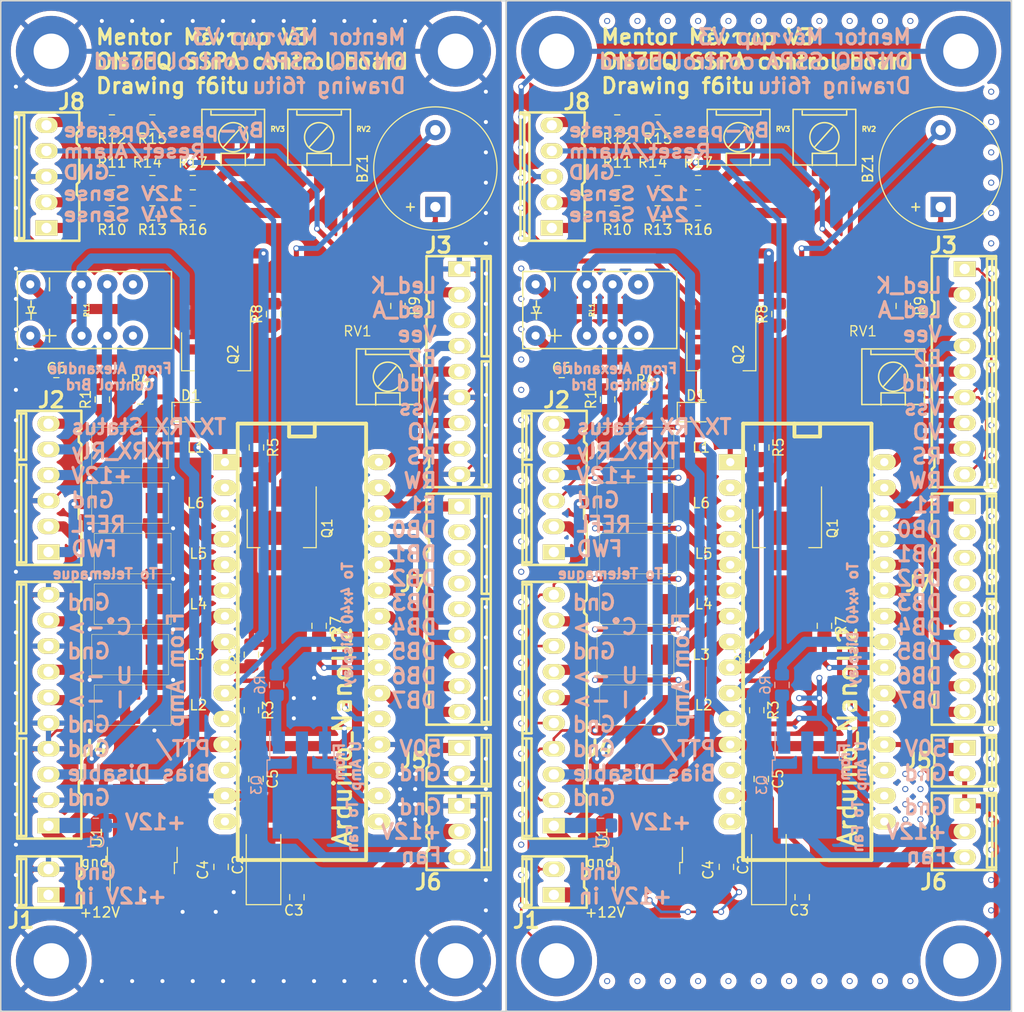
<source format=kicad_pcb>
(kicad_pcb (version 20221018) (generator pcbnew)
  (layers (0 "F.Cu" signal) (31 "B.Cu" signal) (34 "B.Paste" user) (35 "F.Paste" user) (36 "B.SilkS" user "B.Silkscreen") (37 "F.SilkS" user "F.Silkscreen") (38 "B.Mask" user) (39 "F.Mask" user) (44 "Edge.Cuts" user))
  (net 0 "")
  (net 1 "+5V")
  (net 2 "Net-(BZ1-Pad2)")
  (net 3 "+12V")
  (net 4 "GND")
  (net 5 "Net-(D1-Pad1)")
  (net 6 "Net-(D1-Pad2)")
  (net 7 "Net-(J2-Pad6)")
  (net 8 "Net-(J2-Pad5)")
  (net 9 "Net-(J2-Pad1)")
  (net 10 "Net-(J2-Pad2)")
  (net 11 "LCDRS")
  (net 12 "Net-(J3-Pad7)")
  (net 13 "LCDE2")
  (net 14 "Net-(J3-Pad2)")
  (net 15 "Net-(J4-Pad9)")
  (net 16 "Net-(J4-Pad7)")
  (net 17 "Net-(J4-Pad3)")
  (net 18 "Net-(J4-Pad6)")
  (net 19 "Net-(J5-Pad1)")
  (net 20 "Net-(J6-Pad3)")
  (net 21 "LCD02")
  (net 22 "LCD03")
  (net 23 "LCD01")
  (net 24 "LCD04")
  (net 25 "LCDE1")
  (net 26 "Net-(L1-Pad3)")
  (net 27 "Net-(L2-Pad3)")
  (net 28 "Net-(L3-Pad3)")
  (net 29 "Net-(L4-Pad3)")
  (net 30 "Net-(L5-Pad3)")
  (net 31 "Net-(L6-Pad3)")
  (net 32 "Net-(Q1-Pad1)")
  (net 33 "Net-(Q2-Pad1)")
  (net 34 "Net-(Q3-Pad1)")
  (net 35 "Net-(R6-Pad1)")
  (net 36 "Net-(R7-Pad2)")
  (net 37 "Net-(Q2-Pad2)")
  (net 38 "Net-(J3-Pad3)")
  (net 39 "Net-(J7-Pad5)")
  (net 40 "Net-(J7-Pad4)")
  (net 41 "Net-(J7-Pad3)")
  (net 42 "Net-(J7-Pad2)")
  (net 43 "Net-(J8-Pad5)")
  (net 44 "Net-(J8-Pad4)")
  (net 45 "Net-(J8-Pad1)")
  (net 46 "Net-(R13-Pad1)")
  (net 47 "Net-(R14-Pad1)")
  (net 48 "Net-(R10-Pad1)")
  (net 49 "Net-(R11-Pad1)")
  (net 50 "Net-(R12-Pad1)")
  (net 51 "Net-(R16-Pad1)")
  (net 52 "Net-(R17-Pad1)")
  (net 53 "Net-(RL1-Pad5)")
  (net 54 "Net-(RL1-Pad8)")
  (net 55 "Net-(U2-Pad2)")
  (net 56 "Net-(U2-Pad3)")
  (net 57 "Net-(U2-Pad13)")
  (net 58 "Net-(U2-Pad15)")
  (net 59 "Net-(U2-Pad16)")
  (net 60 "Net-(U2-Pad18)")
  (net 61 "Net-(J8-Pad2)")
  (footprint "conn_kk100:kk100_22-23-2021" (layer "F.Cu") (at 45.8 117.2 90)
    (fp_text reference "J1")
    (fp_text value "CONN_01X02" hide)
  )
  (footprint "conn_kk100:kk100_22-23-2061" (layer "F.Cu") (at 45.8 78.2 90)
    (fp_text reference "J2")
    (fp_text value "CONN_01X06" hide)
  )
  (footprint "conn_kk100:kk100_22-23-2091" (layer "F.Cu") (at 86.3 66.7 -90)
    (fp_text reference "J3")
    (fp_text value "CONN_01X09" hide)
  )
  (footprint "conn_kk100:kk100_22-23-2101" (layer "F.Cu") (at 45.8 100.2 90)
    (fp_text reference "J4")
    (fp_text value "CONN_01X10" hide)
  )
  (footprint "conn_kk100:kk100_22-23-2021" (layer "F.Cu") (at 86.3 105.2 -90)
    (fp_text reference "J5")
    (fp_text value "CONN_01X02" hide)
  )
  (footprint "conn_kk100:kk100_22-23-2031" (layer "F.Cu") (at 86.3 112.2 -90)
    (fp_text reference "J6")
    (fp_text value "CONN_01X03" hide)
  )
  (footprint "conn_kk100:kk100_22-23-2091" (layer "F.Cu") (at 86.3 90.2 -90)
    (fp_text reference "J7")
    (fp_text value "CONN_01X09" hide)
  )
  (footprint "Ferrite_LC_NFM41P:Ferrite_LC_NFM41P" (layer "F.Cu") (at 54.05 84.7)
    (fp_text reference "L5")
    (fp_text value "L_cap")
  )
  (footprint "Trimmer_3314G1_Handsoldering:Trimmer_3314G1_Handsoldering" (layer "F.Cu") (at 79.3 67.2)
    (fp_text reference "RV1")
    (fp_text value "10k")
  )
  (footprint "arduino_nano:arduino_nano" (layer "F.Cu") (at 70.8 94.7 -90)
    (fp_text reference "U2")
    (fp_text value "Arduino_Nano")
  )
  (footprint "Mounting_Holes:MountingHole_3.5mm_Pad" (layer "F.Cu") (at 46 35)
    (fp_text reference "TP1" hide)
    (fp_text value "TEST" hide)
  )
  (footprint "Mounting_Holes:MountingHole_3.5mm_Pad" (layer "F.Cu") (at 86 35)
    (fp_text reference "TP2" hide)
    (fp_text value "TEST" hide)
  )
  (footprint "Mounting_Holes:MountingHole_3.5mm_Pad" (layer "F.Cu") (at 46 125)
    (fp_text reference "TP3" hide)
    (fp_text value "TEST" hide)
  )
  (footprint "Mounting_Holes:MountingHole_3.5mm_Pad" (layer "F.Cu") (at 86 125)
    (fp_text reference "TP4" hide)
    (fp_text value "TEST" hide)
  )
  (footprint "2_Form_C_Relay:THT_2_formC" (layer "F.Cu") (at 49 60.6 90)
    (fp_text reference "RL1")
    (fp_text value "EC2-12NU")
  )
  (footprint "Ferrite_LC_NFM41P:Ferrite_LC_NFM41P" (layer "F.Cu") (at 53.8 74.2)
    (fp_text reference "L1")
    (fp_text value "L_cap")
  )
  (footprint "Ferrite_LC_NFM41P:Ferrite_LC_NFM41P" (layer "F.Cu") (at 54.05 99.7)
    (fp_text reference "L2")
    (fp_text value "L_cap")
  )
  (footprint "Ferrite_LC_NFM41P:Ferrite_LC_NFM41P" (layer "F.Cu") (at 53.8 94.7)
    (fp_text reference "L3")
    (fp_text value "L_cap")
  )
  (footprint "Ferrite_LC_NFM41P:Ferrite_LC_NFM41P" (layer "F.Cu") (at 54.05 89.7)
    (fp_text reference "L4")
    (fp_text value "L_cap")
  )
  (footprint "Ferrite_LC_NFM41P:Ferrite_LC_NFM41P" (layer "F.Cu") (at 53.8 79.7)
    (fp_text reference "L6")
    (fp_text value "L_cap")
  )
  (footprint "conn_kk100:kk100_22-23-2051" (layer "F.Cu") (at 45.6 47.4 90)
    (fp_text reference "J8")
    (fp_text value "Conn_01x05" hide)
  )
  (footprint "Resistor_SMD:R_0805_2012Metric_Pad1.15x1.40mm_HandSolder" (layer "F.Cu") (at 52 48 180)
    (fp_text reference "R11")
    (fp_text value "1k5")
  )
  (footprint "Resistor_SMD:R_0805_2012Metric_Pad1.15x1.40mm_HandSolder" (layer "F.Cu") (at 52 42 180)
    (fp_text reference "R12")
    (fp_text value "3k3")
  )
  (footprint "Resistor_SMD:R_0805_2012Metric_Pad1.15x1.40mm_HandSolder" (layer "F.Cu") (at 56 51 180)
    (fp_text reference "R13")
    (fp_text value "2k")
  )
  (footprint "Resistor_SMD:R_0805_2012Metric_Pad1.15x1.40mm_HandSolder" (layer "F.Cu") (at 56 48 180)
    (fp_text reference "R14")
    (fp_text value "1k5")
  )
  (footprint "Resistor_SMD:R_0805_2012Metric_Pad1.15x1.40mm_HandSolder" (layer "F.Cu") (at 56 42 180)
    (fp_text reference "R15")
    (fp_text value "1k5")
  )
  (footprint "Resistor_SMD:R_0805_2012Metric_Pad1.15x1.40mm_HandSolder" (layer "F.Cu") (at 60 48 180)
    (fp_text reference "R17")
    (fp_text value "500R")
  )
  (footprint "Trimmer_3314G1_Handsoldering:Trimmer_3314G1_Handsoldering" (layer "F.Cu") (at 72.5 43.5)
    (fp_text reference "RV2")
    (fp_text value "2k")
  )
  (footprint "Trimmer_3314G1_Handsoldering:Trimmer_3314G1_Handsoldering" (layer "F.Cu") (at 64 43.5)
    (fp_text reference "RV3")
    (fp_text value "2k")
  )
  (footprint "Resistor_SMD:R_0805_2012Metric_Pad1.15x1.40mm_HandSolder" (layer "F.Cu") (at 60 51 180)
    (fp_text reference "R16")
    (fp_text value "500R")
  )
  (footprint "Resistor_SMD:R_0805_2012Metric_Pad1.15x1.40mm_HandSolder" (layer "F.Cu") (at 52 51 180)
    (fp_text reference "R10")
    (fp_text value "5k")
  )
  (footprint "Resistor_SMD:R_0805_2012Metric_Pad1.15x1.40mm_HandSolder" (layer "F.Cu") (at 51.05 69.45 90)
    (fp_text reference "R1")
    (fp_text value "10k")
  )
  (footprint "Resistor_SMD:R_0805_2012Metric_Pad1.15x1.40mm_HandSolder" (layer "F.Cu") (at 65.8 94.7 90)
    (fp_text reference "R2")
    (fp_text value "0R")
  )
  (footprint "Resistor_SMD:R_0805_2012Metric_Pad1.15x1.40mm_HandSolder" (layer "F.Cu") (at 65.8 100.2 -90)
    (fp_text reference "R3")
    (fp_text value "0R")
  )
  (footprint "Resistor_SMD:R_0805_2012Metric_Pad1.15x1.40mm_HandSolder" (layer "F.Cu") (at 54.8 69.2)
    (fp_text reference "R4")
    (fp_text value "330")
  )
  (footprint "Resistor_SMD:R_0805_2012Metric_Pad1.15x1.40mm_HandSolder" (layer "F.Cu") (at 66.3 74.2 -90)
    (fp_text reference "R5")
    (fp_text value "1k")
  )
  (footprint "Resistor_SMD:R_0805_2012Metric_Pad1.15x1.40mm_HandSolder" (layer "F.Cu") (at 72.5 91.85 -90)
    (fp_text reference "R7")
    (fp_text value "2k2")
  )
  (footprint "Resistor_SMD:R_0805_2012Metric_Pad1.15x1.40mm_HandSolder" (layer "F.Cu") (at 68 61 90)
    (fp_text reference "R8")
    (fp_text value "10k")
  )
  (footprint "Resistor_SMD:R_0805_2012Metric_Pad1.15x1.40mm_HandSolder" (layer "F.Cu") (at 80.3 60.2 -90)
    (fp_text reference "R9")
    (fp_text value "100R")
  )
  (footprint "Package_TO_SOT_SMD:SOT-223" (layer "F.Cu") (at 68.8 82.2 -90)
    (fp_text reference "Q1")
    (fp_text value "PZT2222A")
  )
  (footprint "Package_TO_SOT_SMD:SOT-223" (layer "F.Cu") (at 62.3 64.7 -90)
    (fp_text reference "Q2")
    (fp_text value "PZT2222A")
  )
  (footprint "Package_TO_SOT_SMD:TO-252-3_TabPin2" (layer "F.Cu") (at 55 112.8 90)
    (fp_text reference "U1")
    (fp_text value "KA78M05_TO252")
  )
  (footprint "Capacitor_SMD:C_0805_2012Metric_Pad1.15x1.40mm_HandSolder" (layer "F.Cu") (at 70.3 118.7 90)
    (fp_text reference "C3")
    (fp_text value "100n")
  )
  (footprint "Capacitor_SMD:C_0805_2012Metric_Pad1.15x1.40mm_HandSolder" (layer "F.Cu") (at 62.8 115.7 -90)
    (fp_text reference "C4")
    (fp_text value "100n")
  )
  (footprint "Capacitor_SMD:C_0805_2012Metric_Pad1.15x1.40mm_HandSolder" (layer "F.Cu") (at 66.25 107 -90)
    (fp_text reference "C5")
    (fp_text value "100n")
  )
  (footprint "Capacitor_SMD:C_0805_2012Metric_Pad1.15x1.40mm_HandSolder" (layer "F.Cu") (at 46.5 68)
    (fp_text reference "C6")
    (fp_text value "100n")
  )
  (footprint "Diode_SMD:D_0805_2012Metric_Pad1.15x1.40mm_HandSolder" (layer "F.Cu") (at 59.8 70.7)
    (fp_text reference "D1")
    (fp_text value "LED")
  )
  (footprint "Buzzer_Beeper:Buzzer_12x9.5RM7.6" (layer "F.Cu") (at 84 50.4 90)
    (fp_text reference "BZ1")
    (fp_text value "Buzzer")
  )
  (footprint "Capacitor_Tantalum_SMD:CP_EIA-6032-28_Kemet-C_Pad2.25x2.35mm_HandSolder" (layer "F.Cu") (at 67 115.5 90)
    (fp_text reference "C2")
    (fp_text value "10u")
  )
  (footprint "Resistor_SMD:R_0805_2012Metric_Pad1.15x1.40mm_HandSolder" (layer "F.Cu") (at 110 51 180)
    (fp_text reference "R16")
    (fp_text value "500R")
  )
  (footprint "2_Form_C_Relay:THT_2_formC" (layer "F.Cu") (at 99 60.6 90)
    (fp_text reference "RL1")
    (fp_text value "EC2-12NU")
  )
  (footprint "conn_kk100:kk100_22-23-2091" (layer "F.Cu") (at 136.3 66.7 -90)
    (fp_text reference "J3")
    (fp_text value "CONN_01X09" hide)
  )
  (footprint "arduino_nano:arduino_nano" (layer "F.Cu") (at 120.8 94.7 -90)
    (fp_text reference "U2")
    (fp_text value "Arduino_Nano")
  )
  (footprint "conn_kk100:kk100_22-23-2101" (layer "F.Cu") (at 95.8 100.2 90)
    (fp_text reference "J4")
    (fp_text value "CONN_01X10" hide)
  )
  (footprint "conn_kk100:kk100_22-23-2031" (layer "F.Cu") (at 136.3 112.2 -90)
    (fp_text reference "J6")
    (fp_text value "CONN_01X03" hide)
  )
  (footprint "conn_kk100:kk100_22-23-2091" (layer "F.Cu") (at 136.3 90.2 -90)
    (fp_text reference "J7")
    (fp_text value "CONN_01X09" hide)
  )
  (footprint "Trimmer_3314G1_Handsoldering:Trimmer_3314G1_Handsoldering" (layer "F.Cu") (at 129.3 67.2)
    (fp_text reference "RV1")
    (fp_text value "10k")
  )
  (footprint "Mounting_Holes:MountingHole_3.5mm_Pad" (layer "F.Cu") (at 96 35)
    (fp_text reference "TP1" hide)
    (fp_text value "TEST" hide)
  )
  (footprint "Mounting_Holes:MountingHole_3.5mm_Pad" (layer "F.Cu") (at 136 35)
    (fp_text reference "TP2" hide)
    (fp_text value "TEST" hide)
  )
  (footprint "Mounting_Holes:MountingHole_3.5mm_Pad" (layer "F.Cu") (at 96 125)
    (fp_text reference "TP3" hide)
    (fp_text value "TEST" hide)
  )
  (footprint "Ferrite_LC_NFM41P:Ferrite_LC_NFM41P" (layer "F.Cu") (at 103.8 74.2)
    (fp_text reference "L1")
    (fp_text value "L_cap")
  )
  (footprint "Ferrite_LC_NFM41P:Ferrite_LC_NFM41P" (layer "F.Cu") (at 104.05 99.7)
    (fp_text reference "L2")
    (fp_text value "L_cap")
  )
  (footprint "Ferrite_LC_NFM41P:Ferrite_LC_NFM41P" (layer "F.Cu") (at 104.05 84.7)
    (fp_text reference "L5")
    (fp_text value "L_cap")
  )
  (footprint "conn_kk100:kk100_22-23-2021" (layer "F.Cu") (at 136.3 105.2 -90)
    (fp_text reference "J5")
    (fp_text value "CONN_01X02" hide)
  )
  (footprint "Mounting_Holes:MountingHole_3.5mm_Pad" (layer "F.Cu") (at 136 125)
    (fp_text reference "TP4" hide)
    (fp_text value "TEST" hide)
  )
  (footprint "conn_kk100:kk100_22-23-2061" (layer "F.Cu") (at 95.8 78.2 90)
    (fp_text reference "J2")
    (fp_text value "CONN_01X06" hide)
  )
  (footprint "conn_kk100:kk100_22-23-2021" (layer "F.Cu") (at 95.8 117.2 90)
    (fp_text reference "J1")
    (fp_text value "CONN_01X02" hide)
  )
  (footprint "Trimmer_3314G1_Handsoldering:Trimmer_3314G1_Handsoldering" (layer "F.Cu") (at 114 43.5)
    (fp_text reference "RV3")
    (fp_text value "2k")
  )
  (footprint "Resistor_SMD:R_0805_2012Metric_Pad1.15x1.40mm_HandSolder" (layer "F.Cu") (at 115.8 100.2 -90)
    (fp_text reference "R3")
    (fp_text value "0R")
  )
  (footprint "Resistor_SMD:R_0805_2012Metric_Pad1.15x1.40mm_HandSolder" (layer "F.Cu") (at 118 61 90)
    (fp_text reference "R8")
    (fp_text value "10k")
  )
  (footprint "Package_TO_SOT_SMD:SOT-223" (layer "F.Cu") (at 118.8 82.2 -90)
    (fp_text reference "Q1")
    (fp_text value "PZT2222A")
  )
  (footprint "Resistor_SMD:R_0805_2012Metric_Pad1.15x1.40mm_HandSolder" (layer "F.Cu") (at 106 42 180)
    (fp_text reference "R15")
    (fp_text value "1k5")
  )
  (footprint "Package_TO_SOT_SMD:SOT-223" (layer "F.Cu") (at 112.3 64.7 -90)
    (fp_text reference "Q2")
    (fp_text value "PZT2222A")
  )
  (footprint "Resistor_SMD:R_0805_2012Metric_Pad1.15x1.40mm_HandSolder" (layer "F.Cu") (at 104.8 69.2)
    (fp_text reference "R4")
    (fp_text value "330")
  )
  (footprint "Resistor_SMD:R_0805_2012Metric_Pad1.15x1.40mm_HandSolder" (layer "F.Cu") (at 115.8 94.7 90)
    (fp_text reference "R2")
    (fp_text value "0R")
  )
  (footprint "Resistor_SMD:R_0805_2012Metric_Pad1.15x1.40mm_HandSolder" (layer "F.Cu") (at 130.3 60.2 -90)
    (fp_text reference "R9")
    (fp_text value "100R")
  )
  (footprint "Package_TO_SOT_SMD:TO-252-3_TabPin2" (layer "F.Cu") (at 105 112.8 90)
    (fp_text reference "U1")
    (fp_text value "KA78M05_TO252")
  )
  (footprint "Resistor_SMD:R_0805_2012Metric_Pad1.15x1.40mm_HandSolder" (layer "F.Cu") (at 101.05 69.45 90)
    (fp_text reference "R1")
    (fp_text value "10k")
  )
  (footprint "Trimmer_3314G1_Handsoldering:Trimmer_3314G1_Handsoldering" (layer "F.Cu") (at 122.5 43.5)
    (fp_text reference "RV2")
    (fp_text value "2k")
  )
  (footprint "Resistor_SMD:R_0805_2012Metric_Pad1.15x1.40mm_HandSolder" (layer "F.Cu") (at 116.3 74.2 -90)
    (fp_text reference "R5")
    (fp_text value "1k")
  )
  (footprint "Resistor_SMD:R_0805_2012Metric_Pad1.15x1.40mm_HandSolder" (layer "F.Cu") (at 110 48 180)
    (fp_text reference "R17")
    (fp_text value "500R")
  )
  (footprint "Resistor_SMD:R_0805_2012Metric_Pad1.15x1.40mm_HandSolder" (layer "F.Cu") (at 122.5 91.85 -90)
    (fp_text reference "R7")
    (fp_text value "2k2")
  )
  (footprint "Ferrite_LC_NFM41P:Ferrite_LC_NFM41P" (layer "F.Cu") (at 103.8 79.7)
    (fp_text reference "L6")
    (fp_text value "L_cap")
  )
  (footprint "Resistor_SMD:R_0805_2012Metric_Pad1.15x1.40mm_HandSolder" (layer "F.Cu") (at 102 51 180)
    (fp_text reference "R10")
    (fp_text value "5k")
  )
  (footprint "Resistor_SMD:R_0805_2012Metric_Pad1.15x1.40mm_HandSolder" (layer "F.Cu") (at 102 48 180)
    (fp_text reference "R11")
    (fp_text value "1k5")
  )
  (footprint "Resistor_SMD:R_0805_2012Metric_Pad1.15x1.40mm_HandSolder" (layer "F.Cu") (at 106 51 180)
    (fp_text reference "R13")
    (fp_text value "2k")
  )
  (footprint "conn_kk100:kk100_22-23-2051" (layer "F.Cu") (at 95.6 47.4 90)
    (fp_text reference "J8")
    (fp_text value "Conn_01x05" hide)
  )
  (footprint "Resistor_SMD:R_0805_2012Metric_Pad1.15x1.40mm_HandSolder" (layer "F.Cu") (at 102 42 180)
    (fp_text reference "R12")
    (fp_text value "3k3")
  )
  (footprint "Ferrite_LC_NFM41P:Ferrite_LC_NFM41P" (layer "F.Cu") (at 104.05 89.7)
    (fp_text reference "L4")
    (fp_text value "L_cap")
  )
  (footprint "Ferrite_LC_NFM41P:Ferrite_LC_NFM41P" (layer "F.Cu") (at 103.8 94.7)
    (fp_text reference "L3")
    (fp_text value "L_cap")
  )
  (footprint "Resistor_SMD:R_0805_2012Metric_Pad1.15x1.40mm_HandSolder" (layer "F.Cu") (at 106 48 180)
    (fp_text reference "R14")
    (fp_text value "1k5")
  )
  (footprint "Capacitor_SMD:C_0805_2012Metric_Pad1.15x1.40mm_HandSolder" (layer "F.Cu") (at 116.25 107 -90)
    (fp_text reference "C5")
    (fp_text value "100n")
  )
  (footprint "Buzzer_Beeper:Buzzer_12x9.5RM7.6" (layer "F.Cu") (at 134 50.4 90)
    (fp_text reference "BZ1")
    (fp_text value "Buzzer")
  )
  (footprint "Capacitor_SMD:C_0805_2012Metric_Pad1.15x1.40mm_HandSolder" (layer "F.Cu") (at 96.5 68)
    (fp_text reference "C6")
    (fp_text value "100n")
  )
  (footprint "Diode_SMD:D_0805_2012Metric_Pad1.15x1.40mm_HandSolder" (layer "F.Cu") (at 109.8 70.7)
    (fp_text reference "D1")
    (fp_text value "LED")
  )
  (footprint "Capacitor_SMD:C_0805_2012Metric_Pad1.15x1.40mm_HandSolder" (layer "F.Cu") (at 120.3 118.7 90)
    (fp_text reference "C3")
    (fp_text value "100n")
  )
  (footprint "Capacitor_SMD:C_0805_2012Metric_Pad1.15x1.40mm_HandSolder" (layer "F.Cu") (at 112.8 115.7 -90)
    (fp_text reference "C4")
    (fp_text value "100n")
  )
  (footprint "Capacitor_Tantalum_SMD:CP_EIA-6032-28_Kemet-C_Pad2.25x2.35mm_HandSolder" (layer "F.Cu") (at 117 115.5 90)
    (fp_text reference "C2")
    (fp_text value "10u")
  )
  (footprint "Capacitor_SMD:C_0805_2012Metric_Pad1.15x1.40mm_HandSolder" (layer "B.Cu") (at 50.4 111.6)
    (fp_text reference "C1")
    (fp_text value "100n")
  )
  (footprint "Resistor_SMD:R_0805_2012Metric_Pad1.15x1.40mm_HandSolder" (layer "B.Cu") (at 68.3 97.7 -90)
    (fp_text reference "R6")
    (fp_text value "1k")
  )
  (footprint "Package_TO_SOT_SMD:TO-252-3_TabPin2" (layer "B.Cu") (at 70.8 107.6 -90)
    (fp_text reference "Q3")
    (fp_text value "IRFR3303")
  )
  (footprint "Capacitor_SMD:C_0805_2012Metric_Pad1.15x1.40mm_HandSolder" (layer "B.Cu") (at 100.4 111.6)
    (fp_text reference "C1")
    (fp_text value "100n")
  )
  (footprint "Resistor_SMD:R_0805_2012Metric_Pad1.15x1.40mm_HandSolder" (layer "B.Cu") (at 118.3 97.7 -90)
    (fp_text reference "R6")
    (fp_text value "1k")
  )
  (footprint "Package_TO_SOT_SMD:TO-252-3_TabPin2" (layer "B.Cu") (at 120.8 107.6 -90)
    (fp_text reference "Q3")
    (fp_text value "IRFR3303")
  )
  (gr_line (start 91 30) (end 141 30) (stroke (width 0.15)) (layer "Edge.Cuts"))
  (gr_line (start 141 30) (end 141 130) (stroke (width 0.15)) (layer "Edge.Cuts"))
  (gr_line (start 91 130) (end 91 30) (stroke (width 0.15)) (layer "Edge.Cuts"))
  (gr_line (start 91 130) (end 141 130) (stroke (width 0.15)) (layer "Edge.Cuts"))
  (gr_line (start 91 30) (end 91 130) (stroke (width 0.15)) (layer "Edge.Cuts"))
  (gr_line (start 41 130) (end 91 130) (stroke (width 0.15)) (layer "Edge.Cuts"))
  (gr_line (start 41 130) (end 41 30) (stroke (width 0.15)) (layer "Edge.Cuts"))
  (gr_line (start 41 30) (end 91 30) (stroke (width 0.15)) (layer "Edge.Cuts"))
  (gr_text "From Alexandrie\nControl Brd" (at 51.8 67.2) (layer "B.SilkS") (effects (font (size 1 1) (thickness 0.25)) (justify mirror)))
  (gr_text "Gnd\nC°->\nGnd\nU ->\nI ->\nGnd\nPTT/    Gnd\nBias Disable\nGnd\n+12V     " (at 97.4 100.4) (layer "B.SilkS") (effects (font (size 1.5 1.5) (thickness 0.3)) (justify right mirror)))
  (gr_text "To Telemaque" (at 101.3 86.7) (layer "B.SilkS") (effects (font (size 1 1) (thickness 0.25)) (justify mirror)))
  (gr_text "Gnd\n+12V in\n" (at 98 117.4) (layer "B.SilkS") (effects (font (size 1.5 1.5) (thickness 0.3)) (justify right mirror)))
  (gr_text "From Amp" (at 108.3 96.2 90) (layer "B.SilkS") (effects (font (size 1.5 1.5) (thickness 0.3)) (justify mirror)))
  (gr_text "Gnd\n+12V\nFan" (at 134.8 112.2) (layer "B.SilkS") (effects (font (size 1.5 1.5) (thickness 0.3)) (justify left mirror)))
  (gr_text "Mentor Μέντωρ V3\nON7EQ SSPA control board\nDrawing f6itu" (at 131.25 36) (layer "B.SilkS") (effects (font (size 1.5 1.5) (thickness 0.3)) (justify left mirror)))
  (gr_text "To Fan" (at 125.8 111.7 90) (layer "B.SilkS") (effects (font (size 1 1) (thickness 0.25)) (justify mirror)))
  (gr_text "TX/RX Status\nTXRX_Rly\n+12V\nGnd\nREFL\nFWD" (at 97.8 78.2) (layer "B.SilkS") (effects (font (size 1.5 1.5) (thickness 0.3)) (justify right mirror)))
  (gr_text "50V\nGnd" (at 134.8 105.2) (layer "B.SilkS") (effects (font (size 1.5 1.5) (thickness 0.3)) (justify left mirror)))
  (gr_text "From Alexandrie\nControl Brd" (at 101.8 67.2) (layer "B.SilkS") (effects (font (size 1 1) (thickness 0.25)) (justify mirror)))
  (gr_text "Led_K\nLed_A\nVee\nE2\nVdd\nVss\nVO\nRS\nRW\nE1\nDB0\nDB1\nDB2\nDB3\nDB4\nDB5\nDB6\nDB7" (at 134.3 78.7) (layer "B.SilkS") (effects (font (size 1.5 1.5) (thickness 0.3)) (justify left mirror)))
  (gr_text "By-pass/Operate\nReset/Alarm\nGND\n12V Sense\n24V Sense" (at 97 47) (layer "B.SilkS") (effects (font (size 1.3 1.5) (thickness 0.3)) (justify right mirror)))
  (gr_text "From \nU Amp" (at 125.3 105.7 90) (layer "B.SilkS") (effects (font (size 1 1) (thickness 0.25)) (justify mirror)))
  (gr_text "To 4x40 Display" (at 125.3 91.7 90) (layer "B.SilkS") (effects (font (size 1 1) (thickness 0.25)) (justify mirror)))
  (gr_text "TX/RX Status\nTXRX_Rly\n+12V\nGnd\nREFL\nFWD" (at 47.8 78.2) (layer "B.SilkS") (effects (font (size 1.5 1.5) (thickness 0.3)) (justify right mirror)))
  (gr_text "To Telemaque" (at 51.3 86.7) (layer "B.SilkS") (effects (font (size 1 1) (thickness 0.25)) (justify mirror)))
  (gr_text "Led_K\nLed_A\nVee\nE2\nVdd\nVss\nVO\nRS\nRW\nE1\nDB0\nDB1\nDB2\nDB3\nDB4\nDB5\nDB6\nDB7" (at 84.3 78.7) (layer "B.SilkS") (effects (font (size 1.5 1.5) (thickness 0.3)) (justify left mirror)))
  (gr_text "Gnd\nC°->\nGnd\nU ->\nI ->\nGnd\nPTT/    Gnd\nBias Disable\nGnd\n+12V     " (at 47.4 100.4) (layer "B.SilkS") (effects (font (size 1.5 1.5) (thickness 0.3)) (justify right mirror)))
  (gr_text "By-pass/Operate\nReset/Alarm\nGND\n12V Sense\n24V Sense" (at 47 47) (layer "B.SilkS") (effects (font (size 1.3 1.5) (thickness 0.3)) (justify right mirror)))
  (gr_text "50V\nGnd" (at 84.8 105.2) (layer "B.SilkS") (effects (font (size 1.5 1.5) (thickness 0.3)) (justify left mirror)))
  (gr_text "To Fan" (at 75.8 111.7 90) (layer "B.SilkS") (effects (font (size 1 1) (thickness 0.25)) (justify mirror)))
  (gr_text "Mentor Μέντωρ V3\nON7EQ SSPA control board\nDrawing f6itu" (at 81.25 36) (layer "B.SilkS") (effects (font (size 1.5 1.5) (thickness 0.3)) (justify left mirror)))
  (gr_text "Gnd\n+12V in\n" (at 48 117.4) (layer "B.SilkS") (effects (font (size 1.5 1.5) (thickness 0.3)) (justify right mirror)))
  (gr_text "From \nU Amp" (at 75.3 105.7 90) (layer "B.SilkS") (effects (font (size 1 1) (thickness 0.25)) (justify mirror)))
  (gr_text "Gnd\n+12V\nFan" (at 84.8 112.2) (layer "B.SilkS") (effects (font (size 1.5 1.5) (thickness 0.3)) (justify left mirror)))
  (gr_text "To 4x40 Display" (at 75.3 91.7 90) (layer "B.SilkS") (effects (font (size 1 1) (thickness 0.25)) (justify mirror)))
  (gr_text "From Amp" (at 58.3 96.2 90) (layer "B.SilkS") (effects (font (size 1.5 1.5) (thickness 0.3)) (justify mirror)))
  (gr_text "Mentor Μέντωρ V3\nON7EQ SSPA control board\nDrawing f6itu" (at 100.25 36) (layer "F.SilkS") (effects (font (size 1.5 1.5) (thickness 0.3)) (justify left)))
  (gr_text "gnd" (at 100.3 115.2) (layer "F.SilkS") (effects (font (size 1 1))))
  (gr_text "+12V" (at 100.8 120.2) (layer "F.SilkS") (effects (font (size 1 1))))
  (gr_text "gnd" (at 50.3 115.2) (layer "F.SilkS") (effects (font (size 1 1))))
  (gr_text "Mentor Μέντωρ V3\nON7EQ SSPA control board\nDrawing f6itu" (at 50.25 36) (layer "F.SilkS") (effects (font (size 1.5 1.5) (thickness 0.3)) (justify left)))
  (gr_text "+12V" (at 50.8 120.2) (layer "F.SilkS") (effects (font (size 1 1))))
  (segment (start 130.3 64.3) (end 130.45 64.45) (width 1) (layer "F.Cu") (net 0))
  (segment (start 130.45 64.45) (end 130.45 65.35) (width 1) (layer "F.Cu") (net 0))
  (segment (start 110.537 103.59) (end 113.18 103.59) (width 1.5) (layer "F.Cu") (net 0))
  (segment (start 131.8 66.7) (end 136.3762 66.7) (width 1) (layer "F.Cu") (net 0))
  (segment (start 110.3 113.48) (end 110.3 103.827) (width 1.5) (layer "F.Cu") (net 0))
  (segment (start 107.28 116.5) (end 110.3 113.48) (width 1.5) (layer "F.Cu") (net 0))
  (segment (start 107.28 117) (end 107.28 116.5) (width 1.5) (layer "F.Cu") (net 0))
  (segment (start 110.3 113.575) (end 110.3 113.48) (width 1) (layer "F.Cu") (net 0))
  (segment (start 111.175 114.45) (end 110.3 113.575) (width 1) (layer "F.Cu") (net 0))
  (segment (start 130.3 61.55) (end 127.45 61.55) (width 1) (layer "F.Cu") (net 0))
  (segment (start 127.45 61.55) (end 126.25 62.75) (width 1) (layer "F.Cu") (net 0))
  (segment (start 126.25 59.65) (end 126.25 62.75) (width 0.5) (layer "F.Cu") (net 0))
  (segment (start 130.45 65.35) (end 131.8 66.7) (width 1) (layer "F.Cu") (net 0))
  (segment (start 110.3 103.827) (end 110.537 103.59) (width 1.5) (layer "F.Cu") (net 0))
  (segment (start 112.8 114.45) (end 111.175 114.45) (width 1) (layer "F.Cu") (net 0))
  (segment (start 134 51.9) (end 126.25 59.65) (width 0.5) (layer "F.Cu") (net 0))
  (segment (start 134 50.4) (end 134 51.9) (width 0.5) (layer "F.Cu") (net 0))
  (segment (start 116 103.75) (end 115.75 103.75) (width 1) (layer "F.Cu") (net 0))
  (segment (start 130.3 61.55) (end 130.3 64.3) (width 1) (layer "F.Cu") (net 0))
  (segment (start 115.75 103.75) (end 124.730002 103.75) (width 1) (layer "F.Cu") (net 0))
  (segment (start 118.8 77.55) (end 120.25 76.1) (width 0.5) (layer "F.Cu") (net 0))
  (segment (start 124.575 120.825) (end 133.2 112.2) (width 1.5) (layer "F.Cu") (net 0))
  (segment (start 100.07 118.47) (end 100.07 116.47) (width 1.5) (layer "F.Cu") (net 0))
  (segment (start 116.25 105.75) (end 116.25 104) (width 1) (layer "F.Cu") (net 0))
  (segment (start 116.25 104) (end 116 103.75) (width 1) (layer "F.Cu") (net 0))
  (segment (start 120.25 76.1) (end 120.25 54.5) (width 0.5) (layer "F.Cu") (net 0))
  (segment (start 100.07 118.47) (end 95.7238 118.47) (width 1.5) (layer "F.Cu") (net 0))
  (segment (start 113.18 103.59) (end 115.75 103.75) (width 1) (layer "F.Cu") (net 0))
  (segment (start 116.8 120.825) (end 120.2 120.825) (width 1.5) (layer "F.Cu") (net 0))
  (segment (start 133.2 112.2) (end 136.3762 112.2) (width 1.5) (layer "F.Cu") (net 0))
  (segment (start 95.7238 111.63) (end 97.75 111.63) (width 1) (layer "F.Cu") (net 0))
  (segment (start 126.25 102.230002) (end 126.25 62.75) (width 1) (layer "F.Cu") (net 0))
  (segment (start 124.730002 103.75) (end 126.25 102.230002) (width 1) (layer "F.Cu") (net 0))
  (segment (start 118.8 79.05) (end 118.8 77.55) (width 0.5) (layer "F.Cu") (net 0))
  (segment (start 120.2 120.825) (end 124.575 120.825) (width 1.5) (layer "F.Cu") (net 0))
  (segment (start 100.07 116.47) (end 95.7238 112.1238) (width 1.5) (layer "F.Cu") (net 0))
  (segment (start 120.3 119.95) (end 120.3 120.725) (width 1) (layer "F.Cu") (net 0))
  (segment (start 120.3 120.725) (end 120.2 120.825) (width 1) (layer "F.Cu") (net 0))
  (segment (start 95.7238 112.1238) (end 95.7238 111.63) (width 1.5) (layer "F.Cu") (net 0))
  (segment (start 102.72 119.6) (end 101.2 119.6) (width 1.5) (layer "F.Cu") (net 0))
  (segment (start 101.2 119.6) (end 100.07 118.47) (width 1.5) (layer "F.Cu") (net 0))
  (segment (start 100 105) (end 99.700001 105.299999) (width 1) (layer "F.Cu") (net 0))
  (segment (start 93.92 63.14) (end 93.92 63.17) (width 1) (layer "F.Cu") (net 0))
  (segment (start 96.25 65.5) (end 104.5 65.5) (width 1) (layer "F.Cu") (net 0))
  (segment (start 100 105) (end 100.6 104.4) (width 1) (layer "F.Cu") (net 0))
  (segment (start 103.800008 102.200008) (end 105.775736 102.200008) (width 1) (layer "F.Cu") (net 0))
  (segment (start 103.8 102.2) (end 103.800008 102.200008) (width 1) (layer "F.Cu") (net 0))
  (segment (start 107.575732 72.2) (end 107.999996 72.2) (width 0.5) (layer "F.Cu") (net 0))
  (segment (start 116.8 120.8) (end 116.2 121.4) (width 1.5) (layer "F.Cu") (net 0))
  (segment (start 117 121) (end 117 118.625) (width 0.5) (layer "F.Cu") (net 0))
  (segment (start 105.12 122) (end 102.72 119.6) (width 1.5) (layer "F.Cu") (net 0))
  (segment (start 100.6 104.4) (end 101.2 103.8) (width 1) (layer "F.Cu") (net 0))
  (segment (start 116.8 120.825) (end 116.8 120.8) (width 1.5) (layer "F.Cu") (net 0))
  (segment (start 104.1 72.2) (end 107.575732 72.2) (width 0.5) (layer "F.Cu") (net 0))
  (segment (start 103.8 77.2) (end 103.789934 77.210066) (width 0.5) (layer "F.Cu") (net 0))
  (segment (start 116.2 121.4) (end 115.6 122) (width 1.5) (layer "F.Cu") (net 0))
  (segment (start 99.700001 109.679999) (end 97.75 111.63) (width 1) (layer "F.Cu") (net 0))
  (segment (start 116.6 121.4) (end 117 121) (width 0.5) (layer "F.Cu") (net 0))
  (segment (start 93.92 63.17) (end 96.25 65.5) (width 1) (layer "F.Cu") (net 0))
  (segment (start 115.6 122) (end 105.12 122) (width 1.5) (layer "F.Cu") (net 0))
  (segment (start 104.8 117.975) (end 104.8 118.6) (width 0.25) (layer "F.Cu") (net 0))
  (segment (start 105.775736 102.200008) (end 106.2 102.200008) (width 1) (layer "F.Cu") (net 0))
  (segment (start 100.23433 77.210066) (end 99.810066 77.210066) (width 0.5) (layer "F.Cu") (net 0))
  (segment (start 103.789934 77.210066) (end 100.23433 77.210066) (width 0.5) (layer "F.Cu") (net 0))
  (segment (start 103.800004 97.200004) (end 107.625736 97.200004) (width 0.5) (layer "F.Cu") (net 0))
  (segment (start 112.271876 120.14999) (end 108.993672 120.14999) (width 0.25) (layer "F.Cu") (net 0))
  (segment (start 103.8 97.2) (end 103.800004 97.200004) (width 0.5) (layer "F.Cu") (net 0))
  (segment (start 103.8 82.2) (end 108.049994 82.2) (width 0.5) (layer "F.Cu") (net 0))
  (segment (start 103.3 92.2) (end 108.05 92.2) (width 0.5) (layer "F.Cu") (net 0))
  (segment (start 103.3 77.2) (end 103.8 77.2) (width 0.5) (layer "F.Cu") (net 0))
  (segment (start 103.8 82.2) (end 99.8 82.2) (width 0.5) (layer "F.Cu") (net 0))
  (segment (start 103.3 87.2) (end 103.8 87.2) (width 0.5) (layer "F.Cu") (net 0))
  (segment (start 103.3 92.2) (end 99.8 92.2) (width 0.5) (layer "F.Cu") (net 0))
  (segment (start 95.25 64.47) (end 93.92 63.14) (width 0.5) (layer "F.Cu") (net 0))
  (segment (start 103.8 87.2) (end 99.8 87.2) (width 0.5) (layer "F.Cu") (net 0))
  (segment (start 103.8 87.2) (end 108.05 87.2) (width 0.5) (layer "F.Cu") (net 0))
  (segment (start 103.3 97.2) (end 103.8 97.2) (width 0.5) (layer "F.Cu") (net 0))
  (segment (start 99.700001 105.299999) (end 99.700001 109.679999) (width 1) (layer "F.Cu") (net 0))
  (segment (start 103.8 77.2) (end 108.05 77.2) (width 0.5) (layer "F.Cu") (net 0))
  (segment (start 95.25 68) (end 95.25 64.47) (width 0.5) (layer "F.Cu") (net 0))
  (segment (start 103.8 97.2) (end 99.8 97.2) (width 0.5) (layer "F.Cu") (net 0))
  (segment (start 116.2 121.4) (end 116.6 121.4) (width 0.5) (layer "F.Cu") (net 0))
  (segment (start 104.8 118.6) (end 104.900001 118.700001) (width 0.25) (layer "F.Cu") (net 0))
  (segment (start 102.72 119.6) (end 102.72 117) (width 1.5) (layer "F.Cu") (net 0))
  (segment (start 106 67) (end 106 67.5) (width 1) (layer "F.Cu") (net 0))
  (segment (start 104.900001 118.700001) (end 105.2 119) (width 0.25) (layer "F.Cu") (net 0))
  (segment (start 103.3 73) (end 104.1 72.2) (width 0.5) (layer "F.Cu") (net 0))
  (segment (start 103.3 82.2) (end 103.8 82.2) (width 0.5) (layer "F.Cu") (net 0))
  (segment (start 103.3 102.2) (end 103.8 102.2) (width 1) (layer "F.Cu") (net 0))
  (segment (start 103.3 100.9) (end 103.3 102.2) (width 1) (layer "F.Cu") (net 0))
  (segment (start 103.3 102.2) (end 103.3 107.325) (width 1) (layer "F.Cu") (net 0))
  (segment (start 107.625736 97.200004) (end 108.05 97.200004) (width 0.5) (layer "F.Cu") (net 0))
  (segment (start 104.5 65.5) (end 106 67) (width 1) (layer "F.Cu") (net 0))
  (segment (start 103.8 102.2) (end 99.8 102.2) (width 1) (layer "F.Cu") (net 0))
  (segment (start 116.8 120.825) (end 116.8 121) (width 1) (layer "F.Cu") (net 0))
  (segment (start 103.3 82.2) (end 103.3 83.5) (width 1) (layer "F.Cu") (net 0))
  (segment (start 103.3 75.4) (end 103.3 77.2) (width 1) (layer "F.Cu") (net 0))
  (segment (start 128.15 64.45) (end 128.15 65.35) (width 0.25) (layer "F.Cu") (net 0))
  (segment (start 116.5 79.05) (end 116.5 80.55) (width 0.5) (layer "F.Cu") (net 0))
  (segment (start 113.18 108.67) (end 115.83 108.67) (width 1) (layer "F.Cu") (net 0))
  (segment (start 132.943 106.47) (end 134.77765 106.47) (width 0.5) (layer "F.Cu") (net 0))
  (segment (start 130.063 103.59) (end 132.943 106.47) (width 0.5) (layer "F.Cu") (net 0))
  (segment (start 136 125) (end 139.499999 121.500001) (width 0.5) (layer "F.Cu") (net 0))
  (segment (start 136.71275 69.24) (end 139 66.95275) (width 0.25) (layer "F.Cu") (net 0))
  (segment (start 139 66.95275) (end 139 57.81525) (width 0.25) (layer "F.Cu") (net 0))
  (segment (start 120.3 117.45) (end 120.3 113.925) (width 0.5) (layer "F.Cu") (net 0))
  (segment (start 136.3762 109.66) (end 136.3762 106.47) (width 0.5) (layer "F.Cu") (net 0))
  (segment (start 103.3 95.9) (end 103.3 97.2) (width 1) (layer "F.Cu") (net 0))
  (segment (start 104.8 117.975) (end 104.8 108.825) (width 1) (layer "F.Cu") (net 0))
  (segment (start 128.15 64.9) (end 128.15 64.45) (width 0.25) (layer "F.Cu") (net 0))
  (segment (start 136.3762 69.24) (end 132.49 69.24) (width 0.25) (layer "F.Cu") (net 0))
  (segment (start 120.3 113.925) (end 118.75 112.375) (width 0.5) (layer "F.Cu") (net 0))
  (segment (start 115.8 92.1) (end 115.8 93.35) (width 0.5) (layer "F.Cu") (net 0))
  (segment (start 113.925 116.95) (end 117 113.875) (width 0.5) (layer "F.Cu") (net 0))
  (segment (start 103.3 78.5) (end 103.3 80.9) (width 1) (layer "F.Cu") (net 0))
  (segment (start 134.77765 106.47) (end 136.3762 106.47) (width 0.5) (layer "F.Cu") (net 0))
  (segment (start 139.499999 111.185249) (end 137.97475 109.66) (width 0.5) (layer "F.Cu") (net 0))
  (segment (start 103.3 77.2) (end 103.3 78.5) (width 1) (layer "F.Cu") (net 0))
  (segment (start 103.3 92.2) (end 103.3 93.5) (width 1) (layer "F.Cu") (net 0))
  (segment (start 117 109) (end 116.25 108.25) (width 1) (layer "F.Cu") (net 0))
  (segment (start 103.3 87.2) (end 103.3 88.5) (width 1) (layer "F.Cu") (net 0))
  (segment (start 103.3 107.325) (end 104.8 108.825) (width 1) (layer "F.Cu") (net 0))
  (segment (start 137.72475 56.54) (end 136.3762 56.54) (width 0.25) (layer "F.Cu") (net 0))
  (segment (start 136.71275 76.86) (end 138.5 75.07275) (width 0.25) (layer "F.Cu") (net 0))
  (segment (start 136.3762 76.86) (end 136.71275 76.86) (width 0.25) (layer "F.Cu") (net 0))
  (segment (start 103.3 90.9) (end 103.3 92.2) (width 1) (layer "F.Cu") (net 0))
  (segment (start 139 57.81525) (end 137.72475 56.54) (width 0.25) (layer "F.Cu") (net 0))
  (segment (start 132.49 69.24) (end 128.15 64.9) (width 0.25) (layer "F.Cu") (net 0))
  (segment (start 137.72475 69.24) (end 136.3762 69.24) (width 0.25) (layer "F.Cu") (net 0))
  (segment (start 138.5 70.01525) (end 137.72475 69.24) (width 0.25) (layer "F.Cu") (net 0))
  (segment (start 128.42 103.59) (end 130.063 103.59) (width 0.5) (layer "F.Cu") (net 0))
  (segment (start 138.5 75.07275) (end 138.5 70.01525) (width 0.25) (layer "F.Cu") (net 0))
  (segment (start 110 60.3) (end 111.3 59) (width 0.25) (layer "F.Cu") (net 0))
  (segment (start 117 112.375) (end 117 109) (width 1) (layer "F.Cu") (net 0))
  (segment (start 137.97475 109.66) (end 136.3762 109.66) (width 0.5) (layer "F.Cu") (net 0))
  (segment (start 118.75 112.375) (end 117 112.375) (width 0.5) (layer "F.Cu") (net 0))
  (segment (start 136.3762 69.24) (end 136.71275 69.24) (width 0.25) (layer "F.Cu") (net 0))
  (segment (start 103.3 98.5) (end 103.3 100.9) (width 1) (layer "F.Cu") (net 0))
  (segment (start 103.3 85.9) (end 103.3 87.2) (width 1) (layer "F.Cu") (net 0))
  (segment (start 115.8 93.35) (end 115.8 93.2) (width 0.25) (layer "F.Cu") (net 0))
  (segment (start 103.3 88.5) (end 103.3 90.9) (width 1) (layer "F.Cu") (net 0))
  (segment (start 114.05 118.2) (end 112.8 116.95) (width 0.25) (layer "F.Cu") (net 0))
  (segment (start 116.5 80.55) (end 115.8 81.25) (width 0.5) (layer "F.Cu") (net 0))
  (segment (start 115.8 81.25) (end 115.8 92.1) (width 0.5) (layer "F.Cu") (net 0))
  (segment (start 117 113.875) (end 117 112.375) (width 0.5) (layer "F.Cu") (net 0))
  (segment (start 112.8 116.95) (end 113.925 116.95) (width 0.5) (layer "F.Cu") (net 0))
  (segment (start 139.499999 121.500001) (end 139.499999 111.185249) (width 0.5) (layer "F.Cu") (net 0))
  (segment (start 103.3 93.5) (end 103.3 95.9) (width 1) (layer "F.Cu") (net 0))
  (segment (start 115.83 108.67) (end 116.25 108.25) (width 1) (layer "F.Cu") (net 0))
  (segment (start 103.3 83.5) (end 103.3 85.9) (width 1) (layer "F.Cu") (net 0))
  (segment (start 103.3 97.2) (end 103.3 98.5) (width 1) (layer "F.Cu") (net 0))
  (segment (start 103.3 80.9) (end 103.3 82.2) (width 1) (layer "F.Cu") (net 0))
  (segment (start 94.37525 104.01) (end 93.25 105.13525) (width 0.25) (layer "F.Cu") (net 0))
  (segment (start 97.983734 77.210066) (end 97.07235 78.12145) (width 0.25) (layer "F.Cu") (net 0))
  (segment (start 99.810066 77.210066) (end 97.983734 77.210066) (width 0.25) (layer "F.Cu") (net 0))
  (segment (start 111.3 59) (end 114.75 59) (width 0.25) (layer "F.Cu") (net 0))
  (segment (start 97.85 68.1) (end 97.75 68) (width 0.25) (layer "F.Cu") (net 0))
  (segment (start 103.8 69.55) (end 103.45 69.2) (width 0.25) (layer "F.Cu") (net 0))
  (segment (start 114.75 59) (end 115.4 59.65) (width 0.25) (layer "F.Cu") (net 0))
  (segment (start 96.06035 79.47) (end 95.7238 79.47) (width 0.25) (layer "F.Cu") (net 0))
  (segment (start 94.37525 109.09) (end 95.7238 109.09) (width 0.25) (layer "F.Cu") (net 0))
  (segment (start 119.45 101.55) (end 120 101) (width 0.5) (layer "F.Cu") (net 0))
  (segment (start 93.92525 47.4) (end 93 48.32525) (width 0.5) (layer "F.Cu") (net 0))
  (segment (start 93 52.626752) (end 96.123248 55.75) (width 0.5) (layer "F.Cu") (net 0))
  (segment (start 95.5238 47.4) (end 93.92525 47.4) (width 0.5) (layer "F.Cu") (net 0))
  (segment (start 103.8 73) (end 103.8 69.55) (width 0.25) (layer "F.Cu") (net 0))
  (segment (start 93 48.32525) (end 93 52.626752) (width 0.5) (layer "F.Cu") (net 0))
  (segment (start 110 60.05) (end 110 61.55) (width 0.5) (layer "F.Cu") (net 0))
  (segment (start 96.123248 55.75) (end 105.7 55.75) (width 0.5) (layer "F.Cu") (net 0))
  (segment (start 112.85 40.75) (end 112.85 39.4) (width 0.25) (layer "F.Cu") (net 0))
  (segment (start 94.37525 115.93) (end 92.500001 117.805249) (width 0.25) (layer "F.Cu") (net 0))
  (segment (start 93.9 93.85) (end 95.7238 93.85) (width 0.25) (layer "F.Cu") (net 0))
  (segment (start 93.25 107.96475) (end 94.37525 109.09) (width 0.25) (layer "F.Cu") (net 0))
  (segment (start 101.95 68.1) (end 101.05 68.1) (width 0.25) (layer "F.Cu") (net 0))
  (segment (start 93.25 102.25) (end 94.03 101.47) (width 0.25) (layer "F.Cu") (net 0))
  (segment (start 93.25 94.5) (end 93.9 93.85) (width 0.25) (layer "F.Cu") (net 0))
  (segment (start 120.25 40.75) (end 121.35 40.75) (width 0.25) (layer "F.Cu") (net 0))
  (segment (start 97.07235 78.12145) (end 97.07235 78.458) (width 0.25) (layer "F.Cu") (net 0))
  (segment (start 105.7 55.75) (end 110 60.05) (width 0.5) (layer "F.Cu") (net 0))
  (segment (start 112.85 40.75) (end 107.575 40.75) (width 0.25) (layer "F.Cu") (net 0))
  (segment (start 103.45 68.3) (end 103.25 68.1) (width 0.25) (layer "F.Cu") (net 0))
  (segment (start 99.8 87.2) (end 96.2818 87.2) (width 0.25) (layer "F.Cu") (net 0))
  (segment (start 95.7238 102.998) (end 95.7238 104.01) (width 0.25) (layer "F.Cu") (net 0))
  (segment (start 94.03 101.47) (end 95.7238 101.47) (width 0.25) (layer "F.Cu") (net 0))
  (segment (start 101.05 68.1) (end 97.85 68.1) (width 0.25) (layer "F.Cu") (net 0))
  (segment (start 92.500001 117.805249) (end 92.500001 121.500001) (width 0.25) (layer "F.Cu") (net 0))
  (segment (start 96.2818 87.2) (end 95.7238 87.758) (width 0.25) (layer "F.Cu") (net 0))
  (segment (start 93.25 89.89525) (end 94.37525 88.77) (width 0.25) (layer "F.Cu") (net 0))
  (segment (start 93.25 94.75) (end 93.25 89.89525) (width 0.25) (layer "F.Cu") (net 0))
  (segment (start 93.25 94.75) (end 93.25 94.5) (width 0.25) (layer "F.Cu") (net 0))
  (segment (start 93.25 105.13525) (end 93.25 107.96475) (width 0.25) (layer "F.Cu") (net 0))
  (segment (start 113.25 39) (end 118.5 39) (width 0.25) (layer "F.Cu") (net 0))
  (segment (start 95.7238 87.758) (end 95.7238 88.77) (width 0.25) (layer "F.Cu") (net 0))
  (segment (start 94.37525 115.93) (end 95.7238 115.93) (width 0.25) (layer "F.Cu") (net 0))
  (segment (start 93.25 114.80475) (end 94.37525 115.93) (width 0.25) (layer "F.Cu") (net 0))
  (segment (start 115.8 101.55) (end 119.45 101.55) (width 0.5) (layer "F.Cu") (net 0))
  (segment (start 93.25 105.13525) (end 93.25 102.25) (width 0.25) (layer "F.Cu") (net 0))
  (segment (start 107.025 41.3) (end 107.025 42) (width 0.25) (layer "F.Cu") (net 0))
  (segment (start 94.37525 88.77) (end 95.7238 88.77) (width 0.25) (layer "F.Cu") (net 0))
  (segment (start 118.5 39) (end 120.25 40.75) (width 0.25) (layer "F.Cu") (net 0))
  (segment (start 110 61.55) (end 110 60.3) (width 0.25) (layer "F.Cu") (net 0))
  (segment (start 103.25 68.1) (end 101.95 68.1) (width 0.25) (layer "F.Cu") (net 0))
  (segment (start 112.85 39.4) (end 113.25 39) (width 0.25) (layer "F.Cu") (net 0))
  (segment (start 97.07235 78.458) (end 96.06035 79.47) (width 0.25) (layer "F.Cu") (net 0))
  (segment (start 96.4538 102.2) (end 95.7238 101.47) (width 0.25) (layer "F.Cu") (net 0))
  (segment (start 115.4 59.65) (end 118 59.65) (width 0.25) (layer "F.Cu") (net 0))
  (segment (start 103.45 69.2) (end 103.45 68.3) (width 0.25) (layer "F.Cu") (net 0))
  (segment (start 99.8 102.2) (end 96.4538 102.2) (width 0.25) (layer "F.Cu") (net 0))
  (segment (start 99.8 102.2) (end 96.5218 102.2) (width 0.25) (layer "F.Cu") (net 0))
  (segment (start 107.575 40.75) (end 107.025 41.3) (width 0.25) (layer "F.Cu") (net 0))
  (segment (start 92.500001 121.500001) (end 96 125) (width 0.25) (layer "F.Cu") (net 0))
  (segment (start 96.5218 102.2) (end 95.7238 102.998) (width 0.25) (layer "F.Cu") (net 0))
  (segment (start 95.7238 104.01) (end 94.37525 104.01) (width 0.25) (layer "F.Cu") (net 0))
  (segment (start 93.25 102.25) (end 93.25 94.75) (width 0.25) (layer "F.Cu") (net 0))
  (segment (start 93.25 107.96475) (end 93.25 114.80475) (width 0.25) (layer "F.Cu") (net 0))
  (segment (start 112.3 70.7) (end 113.18 71.58) (width 0.5) (layer "F.Cu") (net 0))
  (segment (start 107.8 69.2) (end 108.75 70.15) (width 0.5) (layer "F.Cu") (net 0))
  (segment (start 113.18 75.65) (end 116.2 75.65) (width 1) (layer "F.Cu") (net 0))
  (segment (start 101.05 73.99) (end 101.26 74.2) (width 1) (layer "F.Cu") (net 0))
  (segment (start 99.51 84.31) (end 99.51 84.7) (width 1) (layer "F.Cu") (net 0))
  (segment (start 129.35 75.65) (end 130.68 74.32) (width 1) (layer "F.Cu") (net 0))
  (segment (start 136.3762 71.78) (end 131.13 71.78) (width 1) (layer "F.Cu") (net 0))
  (segment (start 101.16 79.8) (end 101.26 79.7) (width 1) (layer "F.Cu") (net 0))
  (segment (start 98.6 91.4) (end 100.3 89.7) (width 1) (layer "F.Cu") (net 0))
  (segment (start 110.85 70.7) (end 112.3 70.7) (width 0.5) (layer "F.Cu") (net 0))
  (segment (start 101.05 70.8) (end 101.05 73.99) (width 1) (layer "F.Cu") (net 0))
  (segment (start 95.7238 71.85) (end 98.91 71.85) (width 1) (layer "F.Cu") (net 0))
  (segment (start 130.3 58.85) (end 136.1462 58.85) (width 1) (layer "F.Cu") (net 0))
  (segment (start 95.7238 91.31) (end 95.8138 91.4) (width 1) (layer "F.Cu") (net 0))
  (segment (start 116.2 75.65) (end 116.3 75.55) (width 1) (layer "F.Cu") (net 0))
  (segment (start 100.3 89.7) (end 101.51 89.7) (width 1) (layer "F.Cu") (net 0))
  (segment (start 98.2 79.8) (end 101.16 79.8) (width 1) (layer "F.Cu") (net 0))
  (segment (start 108.75 70.15) (end 108.75 70.7) (width 0.5) (layer "F.Cu") (net 0))
  (segment (start 98.91 71.85) (end 101.26 74.2) (width 1) (layer "F.Cu") (net 0))
  (segment (start 101.26 94.7) (end 100.3 94.7) (width 1) (layer "F.Cu") (net 0))
  (segment (start 98.8 96.2) (end 95.9138 96.2) (width 1) (layer "F.Cu") (net 0))
  (segment (start 100.3 94.7) (end 98.8 96.2) (width 1) (layer "F.Cu") (net 0))
  (segment (start 95.9138 96.2) (end 95.7238 96.39) (width 1) (layer "F.Cu") (net 0))
  (segment (start 106.15 69.2) (end 107.8 69.2) (width 0.5) (layer "F.Cu") (net 0))
  (segment (start 95.8138 91.4) (end 98.6 91.4) (width 1) (layer "F.Cu") (net 0))
  (segment (start 100.8 74.1) (end 100.9 74.2) (width 0.5) (layer "F.Cu") (net 0))
  (segment (start 113.18 71.58) (end 113.18 75.65) (width 0.5) (layer "F.Cu") (net 0))
  (segment (start 128.42 75.65) (end 129.35 75.65) (width 1) (layer "F.Cu") (net 0))
  (segment (start 131.13 71.78) (end 129.3 69.95) (width 1) (layer "F.Cu") (net 0))
  (segment (start 95.7238 82.01) (end 97.21 82.01) (width 1) (layer "F.Cu") (net 0))
  (segment (start 97.21 82.01) (end 99.51 84.31) (width 1) (layer "F.Cu") (net 0))
  (segment (start 130.68 74.32) (end 136.3762 74.32) (width 1) (layer "F.Cu") (net 0))
  (segment (start 136.1462 58.85) (end 136.3762 59.08) (width 1) (layer "F.Cu") (net 0))
  (segment (start 99.51 84.7) (end 101.51 84.7) (width 1) (layer "F.Cu") (net 0))
  (segment (start 100.95 74.15) (end 100.9 74.2) (width 0.5) (layer "F.Cu") (net 0))
  (segment (start 132.96 100.36) (end 130.8 98.2) (width 1) (layer "F.Cu") (net 0))
  (segment (start 112.57 93.43) (end 110.3 95.7) (width 1) (layer "F.Cu") (net 0))
  (segment (start 101.51 99.7) (end 101.01 99.2) (width 1) (layer "F.Cu") (net 0))
  (segment (start 110.3 95.7) (end 110.3 98.7) (width 1) (layer "F.Cu") (net 0))
  (segment (start 112.11 90.89) (end 108.3 94.7) (width 1) (layer "F.Cu") (net 0))
  (segment (start 130.8 92.2) (end 129.49 90.89) (width 1) (layer "F.Cu") (net 0))
  (segment (start 108.3 94.7) (end 106.7 94.7) (width 1) (layer "F.Cu") (net 0))
  (segment (start 109.91 85.81) (end 113.18 85.81) (width 1) (layer "F.Cu") (net 0))
  (segment (start 111.37 83.27) (end 113.18 83.27) (width 1) (layer "F.Cu") (net 0))
  (segment (start 122.5 89.5) (end 122.5 90.5) (width 0.5) (layer "F.Cu") (net 0))
  (segment (start 121.1 80.55) (end 123.25 82.7) (width 0.5) (layer "F.Cu") (net 0))
  (segment (start 114.8 61.35) (end 114.6 61.55) (width 1) (layer "F.Cu") (net 0))
  (segment (start 132.3 96.7) (end 132.3 90.7) (width 1) (layer "F.Cu") (net 0))
  (segment (start 113.18 93.43) (end 112.57 93.43) (width 1) (layer "F.Cu") (net 0))
  (segment (start 108.8 89.7) (end 106.7 89.7) (width 1) (layer "F.Cu") (net 0))
  (segment (start 121.1 79.05) (end 121.1 80.55) (width 0.5) (layer "F.Cu") (net 0))
  (segment (start 132.3 90.7) (end 129.95 88.35) (width 1) (layer "F.Cu") (net 0))
  (segment (start 116.3 63.25) (end 114.6 61.55) (width 1) (layer "F.Cu") (net 0))
  (segment (start 106.7 84.7) (end 108.8 84.7) (width 1) (layer "F.Cu") (net 0))
  (segment (start 116.35 62.35) (end 118 62.35) (width 1) (layer "F.Cu") (net 0))
  (segment (start 133.42 97.82) (end 132.3 96.7) (width 1) (layer "F.Cu") (net 0))
  (segment (start 133.8 89.047) (end 133.8 93.04035) (width 1) (layer "F.Cu") (net 0))
  (segment (start 130.563 85.81) (end 133.8 89.047) (width 1) (layer "F.Cu") (net 0))
  (segment (start 95.9938 99.2) (end 95.7238 98.93) (width 1) (layer "F.Cu") (net 0))
  (segment (start 132.03 103.93) (end 136.3762 103.93) (width 1) (layer "F.Cu") (net 0))
  (segment (start 129.11 98.51) (end 130.8 100.2) (width 1) (layer "F.Cu") (net 0))
  (segment (start 130.8 98.2) (end 130.8 92.2) (width 1) (layer "F.Cu") (net 0))
  (segment (start 128.79 78.19) (end 130.64 80.04) (width 1) (layer "F.Cu") (net 0))
  (segment (start 133.8 93.04035) (end 136.03965 95.28) (width 1) (layer "F.Cu") (net 0))
  (segment (start 136.03965 95.28) (end 136.3762 95.28) (width 1) (layer "F.Cu") (net 0))
  (segment (start 106.7 74.2) (end 110.55 74.2) (width 1) (layer "F.Cu") (net 0))
  (segment (start 110.3 98.7) (end 109.3 99.7) (width 1) (layer "F.Cu") (net 0))
  (segment (start 109.3 99.7) (end 106.7 99.7) (width 1) (layer "F.Cu") (net 0))
  (segment (start 113.18 90.89) (end 112.11 90.89) (width 1) (layer "F.Cu") (net 0))
  (segment (start 130.8 102.7) (end 132.03 103.93) (width 1) (layer "F.Cu") (net 0))
  (segment (start 129.95 88.35) (end 128.42 88.35) (width 1) (layer "F.Cu") (net 0))
  (segment (start 101.01 99.2) (end 95.9938 99.2) (width 1) (layer "F.Cu") (net 0))
  (segment (start 128.42 85.81) (end 130.563 85.81) (width 1) (layer "F.Cu") (net 0))
  (segment (start 136.3762 100.36) (end 132.96 100.36) (width 1) (layer "F.Cu") (net 0))
  (segment (start 128.42 98.51) (end 129.11 98.51) (width 1) (layer "F.Cu") (net 0))
  (segment (start 129.49 90.89) (end 128.42 90.89) (width 1) (layer "F.Cu") (net 0))
  (segment (start 128.42 78.19) (end 128.79 78.19) (width 1) (layer "F.Cu") (net 0))
  (segment (start 130.64 80.04) (end 136.3762 80.04) (width 1) (layer "F.Cu") (net 0))
  (segment (start 113.18 88.35) (end 110.15 88.35) (width 1) (layer "F.Cu") (net 0))
  (segment (start 110.15 88.35) (end 108.8 89.7) (width 1) (layer "F.Cu") (net 0))
  (segment (start 106.7 79.7) (end 107.8 79.7) (width 1) (layer "F.Cu") (net 0))
  (segment (start 107.8 79.7) (end 111.37 83.27) (width 1) (layer "F.Cu") (net 0))
  (segment (start 123.25 88.75) (end 122.5 89.5) (width 0.5) (layer "F.Cu") (net 0))
  (segment (start 123.25 82.7) (end 123.25 88.75) (width 0.5) (layer "F.Cu") (net 0))
  (segment (start 130.8 100.2) (end 130.8 102.7) (width 1) (layer "F.Cu") (net 0))
  (segment (start 136.3762 97.82) (end 133.42 97.82) (width 1) (layer "F.Cu") (net 0))
  (segment (start 108.8 84.7) (end 109.91 85.81) (width 1) (layer "F.Cu") (net 0))
  (segment (start 124 54.25) (end 124 101) (width 0.5) (layer "F.Cu") (net 0))
  (segment (start 107.025 51) (end 108 51) (width 1) (layer "F.Cu") (net 0))
  (segment (start 108.975 51) (end 108.975 51.7) (width 1) (layer "F.Cu") (net 0))
  (segment (start 95.8438 42) (end 95.5238 42.32) (width 1) (layer "F.Cu") (net 0))
  (segment (start 124 101) (end 124.700001 101.700001) (width 0.5) (layer "F.Cu") (net 0))
  (segment (start 104 42) (end 104.975 42) (width 1) (layer "F.Cu") (net 0))
  (segment (start 109 64.5) (end 105 60.5) (width 1) (layer "F.Cu") (net 0))
  (segment (start 99.495 52.48) (end 100.975 51) (width 1) (layer "F.Cu") (net 0))
  (segment (start 125.061719 39.061719) (end 125.061719 99.576779) (width 0.5) (layer "F.Cu") (net 0))
  (segment (start 116.3 72.85) (end 116.3 64.3) (width 1) (layer "F.Cu") (net 0))
  (segment (start 113.26 96.05) (end 113.18 95.97) (width 1) (layer "F.Cu") (net 0))
  (segment (start 103.025 42) (end 104 42) (width 1) (layer "F.Cu") (net 0))
  (segment (start 115.8 96.05) (end 113.26 96.05) (width 1) (layer "F.Cu") (net 0))
  (segment (start 125.061719 99.576779) (end 125.061719 100.001043) (width 0.5) (layer "F.Cu") (net 0))
  (segment (start 116.3 64.3) (end 116.3 63.25) (width 1) (layer "F.Cu") (net 0))
  (segment (start 116.3 62.4) (end 116.35 62.35) (width 1) (layer "F.Cu") (net 0))
  (segment (start 96.36 60.5) (end 93.92 58.06) (width 1) (layer "F.Cu") (net 0))
  (segment (start 95.5238 52.48) (end 99.495 52.48) (width 1) (layer "F.Cu") (net 0))
  (segment (start 112.275 55) (end 116.575736 55) (width 1) (layer "F.Cu") (net 0))
  (segment (start 124 38) (end 125.061719 39.061719) (width 0.5) (layer "F.Cu") (net 0))
  (segment (start 122.5 95.5) (end 123 96) (width 0.5) (layer "F.Cu") (net 0))
  (segment (start 111.35 64.5) (end 109 64.5) (width 1) (layer "F.Cu") (net 0))
  (segment (start 113.18 98.51) (end 115.46 98.51) (width 1) (layer "F.Cu") (net 0))
  (segment (start 112.3 61.55) (end 112.3 63.55) (width 1) (layer "F.Cu") (net 0))
  (segment (start 105 60.5) (end 96.36 60.5) (width 1) (layer "F.Cu") (net 0))
  (segment (start 108.975 51.7) (end 112.275 55) (width 1) (layer "F.Cu") (net 0))
  (segment (start 115.46 98.51) (end 115.8 98.85) (width 1) (layer "F.Cu") (net 0))
  (segment (start 100.975 42) (end 95.8438 42) (width 1) (layer "F.Cu") (net 0))
  (segment (start 108.975 48) (end 108.975 46.775) (width 0.5) (layer "F.Cu") (net 0))
  (segment (start 116.3 64.3) (end 116.3 62.4) (width 1) (layer "F.Cu") (net 0))
  (segment (start 112.3 63.55) (end 111.35 64.5) (width 1) (layer "F.Cu") (net 0))
  (segment (start 122.5 93.2) (end 122.5 95.5) (width 0.5) (layer "F.Cu") (net 0))
  (segment (start 122.300001 52.550001) (end 124 54.25) (width 0.5) (layer "F.Cu") (net 0))
  (segment (start 108 51) (end 108.975 51) (width 1) (layer "F.Cu") (net 0))
  (segment (start 124.700001 101.700001) (end 125 102) (width 0.5) (layer "F.Cu") (net 0))
  (segment (start 116.575736 55) (end 117 55) (width 1) (layer "F.Cu") (net 0))
  (segment (start 107.025 48) (end 108.975 48) (width 1) (layer "F.Cu") (net 0))
  (segment (start 103.025 51) (end 104.975 51) (width 1) (layer "F.Cu") (net 0))
  (segment (start 103.025 48) (end 104.5 48) (width 1) (layer "F.Cu") (net 0))
  (segment (start 104 42) (end 108 38) (width 0.5) (layer "F.Cu") (net 0))
  (segment (start 108.975 46.775) (end 109.75 46) (width 0.5) (layer "F.Cu") (net 0))
  (segment (start 111.025 48) (end 112.25 48) (width 1) (layer "F.Cu") (net 0))
  (segment (start 119.85 51) (end 122.5 48.35) (width 1) (layer "F.Cu") (net 0))
  (segment (start 123.65 45.1) (end 123.65 40.75) (width 1) (layer "F.Cu") (net 0))
  (segment (start 115.15 45.1) (end 115.15 40.75) (width 1) (layer "F.Cu") (net 0))
  (segment (start 108 38) (end 124 38) (width 0.5) (layer "F.Cu") (net 0))
  (segment (start 99.56235 48) (end 97.62235 49.94) (width 1) (layer "F.Cu") (net 0))
  (segment (start 111.025 51) (end 119.85 51) (width 1) (layer "F.Cu") (net 0))
  (segment (start 122.5 46.25) (end 123.65 45.1) (width 1) (layer "F.Cu") (net 0))
  (segment (start 114 46.25) (end 115.15 45.1) (width 1) (layer "F.Cu") (net 0))
  (segment (start 97.62235 49.94) (end 95.5238 49.94) (width 1) (layer "F.Cu") (net 0))
  (segment (start 112.25 48) (end 114 46.25) (width 1) (layer "F.Cu") (net 0))
  (segment (start 122.5 48.35) (end 122.5 46.25) (width 1) (layer "F.Cu") (net 0))
  (segment (start 100.975 48) (end 99.56235 48) (width 1) (layer "F.Cu") (net 0))
  (via (at 110 127) (size 0.6) (drill 0.4) (layers "F.Cu" "B.Cu") (net 0))
  (via (at 128 127) (size 0.6) (drill 0.4) (layers "F.Cu" "B.Cu") (net 0))
  (via (at 131 127) (size 0.6) (drill 0.4) (layers "F.Cu" "B.Cu") (net 0))
  (via (at 107 32) (size 0.6) (drill 0.4) (layers "F.Cu" "B.Cu") (net 0))
  (via (at 122 32) (size 0.6) (drill 0.4) (layers "F.Cu" "B.Cu") (net 0))
  (via (at 119 127) (size 0.6) (drill 0.4) (layers "F.Cu" "B.Cu") (net 0))
  (via (at 101 32) (size 0.6) (drill 0.4) (layers "F.Cu" "B.Cu") (net 0))
  (via (at 110 32) (size 0.6) (drill 0.4) (layers "F.Cu" "B.Cu") (net 0))
  (via (at 117 55) (size 0.6) (drill 0.4) (layers "F.Cu" "B.Cu") (net 0))
  (via (at 113 32) (size 0.6) (drill 0.4) (layers "F.Cu" "B.Cu") (net 0))
  (via (at 104 127) (size 0.6) (drill 0.4) (layers "F.Cu" "B.Cu") (net 0))
  (via (at 113 127) (size 0.6) (drill 0.4) (layers "F.Cu" "B.Cu") (net 0))
  (via (at 128 32) (size 0.6) (drill 0.4) (layers "F.Cu" "B.Cu") (net 0))
  (via (at 123 96) (size 0.6) (drill 0.4) (layers "F.Cu" "B.Cu") (net 0))
  (via (at 116 127) (size 0.6) (drill 0.4) (layers "F.Cu" "B.Cu") (net 0))
  (via (at 119 32) (size 0.6) (drill 0.4) (layers "F.Cu" "B.Cu") (net 0))
  (via (at 122 127) (size 0.6) (drill 0.4) (layers "F.Cu" "B.Cu") (net 0))
  (via (at 131 32) (size 0.6) (drill 0.4) (layers "F.Cu" "B.Cu") (net 0))
  (via (at 92.500001 119.499999) (size 0.6) (drill 0.4) (layers "F.Cu" "B.Cu") (net 0))
  (via (at 122.300001 52.550001) (size 0.6) (drill 0.4) (layers "F.Cu" "B.Cu") (net 0))
  (via (at 109.75 46) (size 0.6) (drill 0.4) (layers "F.Cu" "B.Cu") (net 0))
  (via (at 110.55 74.2) (size 0.6) (drill 0.4) (layers "F.Cu" "B.Cu") (net 0))
  (via (at 101 127) (size 0.6) (drill 0.4) (layers "F.Cu" "B.Cu") (net 0))
  (via (at 107 127) (size 0.6) (drill 0.4) (layers "F.Cu" "B.Cu") (net 0))
  (via (at 125 102) (size 0.6) (drill 0.4) (layers "F.Cu" "B.Cu") (net 0))
  (via (at 125.061719 100.001043) (size 0.6) (drill 0.4) (layers "F.Cu" "B.Cu") (net 0))
  (via (at 125 32) (size 0.6) (drill 0.4) (layers "F.Cu" "B.Cu") (net 0))
  (via (at 98.2 79.8) (size 0.6) (drill 0.4) (layers "F.Cu" "B.Cu") (net 0))
  (via (at 104 32) (size 0.6) (drill 0.4) (layers "F.Cu" "B.Cu") (net 0))
  (via (at 125 127) (size 0.6) (drill 0.4) (layers "F.Cu" "B.Cu") (net 0))
  (via (at 116 32) (size 0.6) (drill 0.4) (layers "F.Cu" "B.Cu") (net 0))
  (via (at 92.500001 50.499999) (size 0.6) (drill 0.4) (layers "F.Cu" "B.Cu") (net 0))
  (via (at 92.500001 65.499999) (size 0.6) (drill 0.4) (layers "F.Cu" "B.Cu") (net 0))
  (via (at 92.500001 77.499999) (size 0.6) (drill 0.4) (layers "F.Cu" "B.Cu") (net 0))
  (via (at 92.500001 95.499999) (size 0.6) (drill 0.4) (layers "F.Cu" "B.Cu") (net 0))
  (via (at 92.500001 104.499999) (size 0.6) (drill 0.4) (layers "F.Cu" "B.Cu") (net 0))
  (via (at 92.500001 110.499999) (size 0.6) (drill 0.4) (layers "F.Cu" "B.Cu") (net 0))
  (via (at 92.500001 47.499999) (size 0.6) (drill 0.4) (layers "F.Cu" "B.Cu") (net 0))
  (via (at 92.500001 113.499999) (size 0.6) (drill 0.4) (layers "F.Cu" "B.Cu") (net 0))
  (via (at 92.500001 116.499999) (size 0.6) (drill 0.4) (layers "F.Cu" "B.Cu") (net 0))
  (via (at 92.500001 89.499999) (size 0.6) (drill 0.4) (layers "F.Cu" "B.Cu") (net 0))
  (via (at 92.500001 56.499999) (size 0.6) (drill 0.4) (layers "F.Cu" "B.Cu") (net 0))
  (via (at 92.500001 41.499999) (size 0.6) (drill 0.4) (layers "F.Cu" "B.Cu") (net 0))
  (via (at 92.500001 53.499999) (size 0.6) (drill 0.4) (layers "F.Cu" "B.Cu") (net 0))
  (via (at 92.500001 62.499999) (size 0.6) (drill 0.4) (layers "F.Cu" "B.Cu") (net 0))
  (via (at 92.500001 80.499999) (size 0.6) (drill 0.4) (layers "F.Cu" "B.Cu") (net 0))
  (via (at 92.500001 68.499999) (size 0.6) (drill 0.4) (layers "F.Cu" "B.Cu") (net 0))
  (via (at 92.500001 74.499999) (size 0.6) (drill 0.4) (layers "F.Cu" "B.Cu") (net 0))
  (via (at 92.500001 92.499999) (size 0.6) (drill 0.4) (layers "F.Cu" "B.Cu") (net 0))
  (via (at 92.500001 83.499999) (size 0.6) (drill 0.4) (layers "F.Cu" "B.Cu") (net 0))
  (via (at 92.500001 44.499999) (size 0.6) (drill 0.4) (layers "F.Cu" "B.Cu") (net 0))
  (via (at 139 120) (size 0.6) (drill 0.4) (layers "F.Cu" "B.Cu") (net 0))
  (via (at 139 117) (size 0.6) (drill 0.4) (layers "F.Cu" "B.Cu") (net 0))
  (via (at 92.500001 71.499999) (size 0.6) (drill 0.4) (layers "F.Cu" "B.Cu") (net 0))
  (via (at 92.500001 101.499999) (size 0.6) (drill 0.4) (layers "F.Cu" "B.Cu") (net 0))
  (via (at 92.500001 107.499999) (size 0.6) (drill 0.4) (layers "F.Cu" "B.Cu") (net 0))
  (via (at 92.500001 86.499999) (size 0.6) (drill 0.4) (layers "F.Cu" "B.Cu") (net 0))
  (via (at 92.500001 98.499999) (size 0.6) (drill 0.4) (layers "F.Cu" "B.Cu") (net 0))
  (via (at 92.500001 38.499999) (size 0.6) (drill 0.4) (layers "F.Cu" "B.Cu") (net 0))
  (via (at 92.500001 59.499999) (size 0.6) (drill 0.4) (layers "F.Cu" "B.Cu") (net 0))
  (via (at 108.05 77.2) (size 0.6) (drill 0.4) (layers "F.Cu" "B.Cu") (net 0))
  (via (at 99.8 102.2) (size 0.6) (drill 0.4) (layers "F.Cu" "B.Cu") (net 0))
  (via (at 139 42) (size 0.6) (drill 0.4) (layers "F.Cu" "B.Cu") (net 0))
  (via (at 132 106.5) (size 0.6) (drill 0.4) (layers "F.Cu" "B.Cu") (net 0))
  (via (at 130.5 108) (size 0.6) (drill 0.4) (layers "F.Cu" "B.Cu") (net 0))
  (via (at 139 45) (size 0.6) (drill 0.4) (layers "F.Cu" "B.Cu") (net 0))
  (via (at 101.2 103.8) (size 0.6) (drill 0.4) (layers "F.Cu" "B.Cu") (net 0))
  (via (at 112.271876 120.14999) (size 0.6) (drill 0.4) (layers "F.Cu" "B.Cu") (net 0))
  (via (at 99.810066 77.210066) (size 0.6) (drill 0.4) (layers "F.Cu" "B.Cu") (net 0))
  (via (at 100.6 104.4) (size 0.6) (drill 0.4) (layers "F.Cu" "B.Cu") (net 0))
  (via (at 108.049994 82.2) (size 0.6) (drill 0.4) (layers "F.Cu" "B.Cu") (net 0))
  (via (at 108.993672 120.14999) (size 0.6) (drill 0.4) (layers "F.Cu" "B.Cu") (net 0))
  (via (at 108.05 87.2) (size 0.6) (drill 0.4) (layers "F.Cu" "B.Cu") (net 0))
  (via (at 108.05 92.2) (size 0.6) (drill 0.4) (layers "F.Cu" "B.Cu") (net 0))
  (via (at 114.05 118.2) (size 0.6) (drill 0.4) (layers "F.Cu" "B.Cu") (net 0))
  (via (at 99.8 97.2) (size 0.6) (drill 0.4) (layers "F.Cu" "B.Cu") (net 0))
  (via (at 122 97) (size 0.6) (drill 0.4) (layers "F.Cu" "B.Cu") (net 0))
  (via (at 122 99) (size 0.6) (drill 0.4) (layers "F.Cu" "B.Cu") (net 0))
  (via (at 132 111) (size 0.6) (drill 0.4) (layers "F.Cu" "B.Cu") (net 0))
  (via (at 120.25 54.5) (size 0.6) (drill 0.4) (layers "F.Cu" "B.Cu") (net 0))
  (via (at 99.8 92.2) (size 0.6) (drill 0.4) (layers "F.Cu" "B.Cu") (net 0))
  (via (at 99.8 87.2) (size 0.6) (drill 0.4) (layers "F.Cu" "B.Cu") (net 0))
  (via (at 120 99) (size 0.6) (drill 0.4) (layers "F.Cu" "B.Cu") (net 0))
  (via (at 100 105) (size 0.6) (drill 0.4) (layers "F.Cu" "B.Cu") (net 0))
  (via (at 99.8 82.2) (size 0.6) (drill 0.4) (layers "F.Cu" "B.Cu") (net 0))
  (via (at 130.5 106.5) (size 0.6) (drill 0.4) (layers "F.Cu" "B.Cu") (net 0))
  (via (at 107.999996 72.2) (size 0.6) (drill 0.4) (layers "F.Cu" "B.Cu") (net 0))
  (via (at 106.2 102.200008) (size 0.6) (drill 0.4) (layers "F.Cu" "B.Cu") (net 0))
  (via (at 120 101) (size 0.6) (drill 0.4) (layers "F.Cu" "B.Cu") (net 0))
  (via (at 132 108) (size 0.6) (drill 0.4) (layers "F.Cu" "B.Cu") (net 0))
  (via (at 108.05 97.200004) (size 0.6) (drill 0.4) (layers "F.Cu" "B.Cu") (net 0))
  (via (at 132 109.5) (size 0.6) (drill 0.4) (layers "F.Cu" "B.Cu") (net 0))
  (via (at 130.5 111) (size 0.6) (drill 0.4) (layers "F.Cu" "B.Cu") (net 0))
  (via (at 130.5 109.5) (size 0.6) (drill 0.4) (layers "F.Cu" "B.Cu") (net 0))
  (via (at 139 39) (size 0.6) (drill 0.4) (layers "F.Cu" "B.Cu") (net 0))
  (via (at 106 67.5) (size 0.6) (drill 0.4) (layers "F.Cu" "B.Cu") (net 0))
  (via (at 105.2 119) (size 0.6) (drill 0.4) (layers "F.Cu" "B.Cu") (net 0))
  (via (at 139 69) (size 0.6) (drill 0.4) (layers "F.Cu" "B.Cu") (net 0))
  (via (at 139 63) (size 0.6) (drill 0.4) (layers "F.Cu" "B.Cu") (net 0))
  (via (at 139 54) (size 0.6) (drill 0.4) (layers "F.Cu" "B.Cu") (net 0))
  (via (at 139 72) (size 0.6) (drill 0.4) (layers "F.Cu" "B.Cu") (net 0))
  (via (at 139 84) (size 0.6) (drill 0.4) (layers "F.Cu" "B.Cu") (net 0))
  (via (at 139 57) (size 0.6) (drill 0.4) (layers "F.Cu" "B.Cu") (net 0))
  (via (at 139 66) (size 0.6) (drill 0.4) (layers "F.Cu" "B.Cu") (net 0))
  (via (at 139 75) (size 0.6) (drill 0.4) (layers "F.Cu" "B.Cu") (net 0))
  (via (at 139 108) (size 0.6) (drill 0.4) (layers "F.Cu" "B.Cu") (net 0))
  (via (at 139 111) (size 0.6) (drill 0.4) (layers "F.Cu" "B.Cu") (net 0))
  (via (at 139 81) (size 0.6) (drill 0.4) (layers "F.Cu" "B.Cu") (net 0))
  (via (at 139 114) (size 0.6) (drill 0.4) (layers "F.Cu" "B.Cu") (net 0))
  (via (at 139 96) (size 0.6) (drill 0.4) (layers "F.Cu" "B.Cu") (net 0))
  (via (at 139 87) (size 0.6) (drill 0.4) (layers "F.Cu" "B.Cu") (net 0))
  (via (at 139 48) (size 0.6) (drill 0.4) (layers "F.Cu" "B.Cu") (net 0))
  (via (at 139 51) (size 0.6) (drill 0.4) (layers "F.Cu" "B.Cu") (net 0))
  (via (at 139 90) (size 0.6) (drill 0.4) (layers "F.Cu" "B.Cu") (net 0))
  (via (at 139 93) (size 0.6) (drill 0.4) (layers "F.Cu" "B.Cu") (net 0))
  (via (at 139 60) (size 0.6) (drill 0.4) (layers "F.Cu" "B.Cu") (net 0))
  (via (at 139 102) (size 0.6) (drill 0.4) (layers "F.Cu" "B.Cu") (net 0))
  (via (at 139 99) (size 0.6) (drill 0.4) (layers "F.Cu" "B.Cu") (net 0))
  (via (at 139 78) (size 0.6) (drill 0.4) (layers "F.Cu" "B.Cu") (net 0))
  (via (at 139 105) (size 0.6) (drill 0.4) (layers "F.Cu" "B.Cu") (net 0))
  (segment (start 95.7538 111.6) (end 95.7238 111.63) (width 1.5) (layer "B.Cu") (net 0))
  (segment (start 122.3 54.5) (end 134 42.8) (width 0.5) (layer "B.Cu") (net 0))
  (segment (start 98.47 76.93) (end 95.7238 76.93) (width 1) (layer "B.Cu") (net 0))
  (segment (start 120.25 54.5) (end 122.3 54.5) (width 0.5) (layer "B.Cu") (net 0))
  (segment (start 99.15 111.6) (end 95.7538 111.6) (width 1.5) (layer "B.Cu") (net 0))
  (segment (start 105.499999 119.299999) (end 105.2 119) (width 0.25) (layer "B.Cu") (net 0))
  (segment (start 106 67.5) (end 106 69.4) (width 1) (layer "B.Cu") (net 0))
  (segment (start 108.993672 120.14999) (end 106.34999 120.14999) (width 0.25) (layer "B.Cu") (net 0))
  (segment (start 112.271876 119.978124) (end 112.271876 120.14999) (width 0.25) (layer "B.Cu") (net 0))
  (segment (start 106 69.4) (end 106 99) (width 1) (layer "B.Cu") (net 0))
  (segment (start 114.05 118.2) (end 112.271876 119.978124) (width 0.25) (layer "B.Cu") (net 0))
  (segment (start 106 99) (end 101.2 103.8) (width 1) (layer "B.Cu") (net 0))
  (segment (start 106.34999 120.14999) (end 105.499999 119.299999) (width 0.25) (layer "B.Cu") (net 0))
  (segment (start 106 69.4) (end 98.47 76.93) (width 1) (layer "B.Cu") (net 0))
  (segment (start 100.6 104.4) (end 100 105) (width 1) (layer "B.Cu") (net 0))
  (segment (start 101.2 103.8) (end 100.6 104.4) (width 1) (layer "B.Cu") (net 0))
  (segment (start 93.92525 47.4) (end 95.5238 47.4) (width 0.5) (layer "B.Cu") (net 0))
  (segment (start 92.500001 38.499999) (end 92.500001 38.499999) (width 0.5) (layer "B.Cu") (net 0))
  (segment (start 100.949747 35) (end 136 35) (width 0.5) (layer "B.Cu") (net 0))
  (segment (start 96 35) (end 92.500001 38.499999) (width 0.5) (layer "B.Cu") (net 0))
  (segment (start 96 35) (end 100.949747 35) (width 0.5) (layer "B.Cu") (net 0))
  (segment (start 92.500001 45.974751) (end 93.92525 47.4) (width 0.5) (layer "B.Cu") (net 0))
  (segment (start 136.3762 76.86) (end 136.14 76.86) (width 0.25) (layer "B.Cu") (net 0))
  (segment (start 123.08 101.8) (end 123.08 103.4) (width 0.5) (layer "B.Cu") (net 0))
  (segment (start 101.54 63.14) (end 101.5 63.18) (width 1) (layer "B.Cu") (net 0))
  (segment (start 99 58.06) (end 99 63.14) (width 1) (layer "B.Cu") (net 0))
  (segment (start 99 58.06) (end 99 56.5) (width 1) (layer "B.Cu") (net 0))
  (segment (start 136.3762 64.16) (end 134.34 64.16) (width 1) (layer "B.Cu") (net 0))
  (segment (start 106.85 106.55) (end 95.7238 106.55) (width 1) (layer "B.Cu") (net 0))
  (segment (start 97.82235 84.55) (end 98.2 84.17235) (width 1) (layer "B.Cu") (net 0))
  (segment (start 122 101) (end 122.28 101) (width 0.5) (layer "B.Cu") (net 0))
  (segment (start 98.11 74.39) (end 95.7238 74.39) (width 1) (layer "B.Cu") (net 0))
  (segment (start 98.2 84.17235) (end 98.2 79.8) (width 1) (layer "B.Cu") (net 0))
  (segment (start 99 56.5) (end 100 55.5) (width 1) (layer "B.Cu") (net 0))
  (segment (start 130.77 80.73) (end 128.42 80.73) (width 1) (layer "B.Cu") (net 0))
  (segment (start 133.3 65.2) (end 133.3 78.2) (width 1) (layer "B.Cu") (net 0))
  (segment (start 122 99) (end 122 97) (width 0.5) (layer "B.Cu") (net 0))
  (segment (start 101.5 63.18) (end 101.5 71) (width 1) (layer "B.Cu") (net 0))
  (segment (start 134.34 64.16) (end 133.3 65.2) (width 1) (layer "B.Cu") (net 0))
  (segment (start 122.28 101) (end 123.08 101.8) (width 0.5) (layer "B.Cu") (net 0))
  (segment (start 120 101) (end 122 101) (width 0.5) (layer "B.Cu") (net 0))
  (segment (start 110.136979 76.936979) (end 110.136979 103.263021) (width 1) (layer "B.Cu") (net 0))
  (segment (start 95.7238 84.55) (end 97.82235 84.55) (width 1) (layer "B.Cu") (net 0))
  (segment (start 109.2 76) (end 110.136979 76.936979) (width 1) (layer "B.Cu") (net 0))
  (segment (start 101.5 71) (end 98.11 74.39) (width 1) (layer "B.Cu") (net 0))
  (segment (start 92.500001 38.499999) (end 92.500001 45.974751) (width 0.5) (layer "B.Cu") (net 0))
  (segment (start 101.54 58.06) (end 101.54 63.14) (width 1) (layer "B.Cu") (net 0))
  (segment (start 133.3 78.2) (end 130.77 80.73) (width 1) (layer "B.Cu") (net 0))
  (segment (start 100 55.5) (end 107.5 55.5) (width 1) (layer "B.Cu") (net 0))
  (segment (start 110.136979 103.263021) (end 106.85 106.55) (width 1) (layer "B.Cu") (net 0))
  (segment (start 122 99) (end 120 99) (width 0.5) (layer "B.Cu") (net 0))
  (segment (start 109.2 57.2) (end 109.2 76) (width 1) (layer "B.Cu") (net 0))
  (segment (start 122 101) (end 122 99) (width 0.5) (layer "B.Cu") (net 0))
  (segment (start 131.87 83.27) (end 132.8 84.2) (width 1) (layer "B.Cu") (net 0))
  (segment (start 136.3762 114.74) (end 122.965 114.74) (width 1) (layer "B.Cu") (net 0))
  (segment (start 132.8 91.7) (end 133.84 92.74) (width 1) (layer "B.Cu") (net 0))
  (segment (start 132.8 84.2) (end 132.8 91.7) (width 1) (layer "B.Cu") (net 0))
  (segment (start 133.84 92.74) (end 136.3762 92.74) (width 1) (layer "B.Cu") (net 0))
  (segment (start 128.42 83.27) (end 131.87 83.27) (width 1) (layer "B.Cu") (net 0))
  (segment (start 107.5 55.5) (end 109.2 57.2) (width 1) (layer "B.Cu") (net 0))
  (segment (start 111.33699 74.98699) (end 111.33699 99.20699) (width 1) (layer "B.Cu") (net 0))
  (segment (start 120.8 103.425) (end 120.8 112.575) (width 1) (layer "B.Cu") (net 0))
  (segment (start 122.965 114.74) (end 120.8 112.575) (width 1) (layer "B.Cu") (net 0))
  (segment (start 111.33699 99.20699) (end 113.18 101.05) (width 1) (layer "B.Cu") (net 0))
  (segment (start 110.55 74.2) (end 111.33699 74.98699) (width 1) (layer "B.Cu") (net 0))
  (segment (start 112.25 46) (end 118 51.75) (width 0.5) (layer "B.Cu") (net 0))
  (segment (start 118.26 103.425) (end 118.26 99.09) (width 1) (layer "B.Cu") (net 0))
  (segment (start 117 92.5056) (end 117 55) (width 1) (layer "B.Cu") (net 0))
  (segment (start 113.18 95.97) (end 113.5356 95.97) (width 1) (layer "B.Cu") (net 0))
  (segment (start 118 51.75) (end 118 94.0456) (width 0.5) (layer "B.Cu") (net 0))
  (segment (start 118.26 99.09) (end 118.3 99.05) (width 1) (layer "B.Cu") (net 0))
  (segment (start 128.42 93.43) (end 120.57 93.43) (width 1) (layer "B.Cu") (net 0))
  (segment (start 120.57 93.43) (end 118.3 95.7) (width 1) (layer "B.Cu") (net 0))
  (segment (start 126.777 108.67) (end 125 106.893) (width 0.5) (layer "B.Cu") (net 0))
  (segment (start 122.300001 48.800001) (end 118.36 44.86) (width 0.5) (layer "B.Cu") (net 0))
  (segment (start 113.5356 95.97) (end 117 92.5056) (width 1) (layer "B.Cu") (net 0))
  (segment (start 126.110676 101.05) (end 125.061719 100.001043) (width 0.5) (layer "B.Cu") (net 0))
  (segment (start 125 102.424264) (end 125 102) (width 0.5) (layer "B.Cu") (net 0))
  (segment (start 118.36 44.86) (end 95.5238 44.86) (width 0.5) (layer "B.Cu") (net 0))
  (segment (start 122.300001 52.550001) (end 122.300001 48.800001) (width 0.5) (layer "B.Cu") (net 0))
  (segment (start 123.03 95.97) (end 123 96) (width 0.5) (layer "B.Cu") (net 0))
  (segment (start 128.42 95.97) (end 123.03 95.97) (width 0.5) (layer "B.Cu") (net 0))
  (segment (start 118 94.0456) (end 113.5356 98.51) (width 0.5) (layer "B.Cu") (net 0))
  (segment (start 128.42 108.67) (end 126.777 108.67) (width 0.5) (layer "B.Cu") (net 0))
  (segment (start 118.3 95.7) (end 118.3 96.35) (width 1) (layer "B.Cu") (net 0))
  (segment (start 109.75 46) (end 112.25 46) (width 0.5) (layer "B.Cu") (net 0))
  (segment (start 125 106.893) (end 125 102.424264) (width 0.5) (layer "B.Cu") (net 0))
  (segment (start 113.5356 98.51) (end 113.18 98.51) (width 0.5) (layer "B.Cu") (net 0))
  (segment (start 128.42 101.05) (end 126.110676 101.05) (width 0.5) (layer "B.Cu") (net 0))
  (segment (start 80.45 65.35) (end 81.8 66.7) (width 1) (layer "F.Cu") (net 1))
  (segment (start 81.8 66.7) (end 86.3762 66.7) (width 1) (layer "F.Cu") (net 1))
  (segment (start 80.3 64.3) (end 80.45 64.45) (width 1) (layer "F.Cu") (net 1))
  (segment (start 84 50.4) (end 84 51.9) (width 0.5) (layer "F.Cu") (net 1))
  (segment (start 74.730002 103.75) (end 76.25 102.230002) (width 1) (layer "F.Cu") (net 1))
  (segment (start 60.537 103.59) (end 63.18 103.59) (width 1.5) (layer "F.Cu") (net 1))
  (segment (start 62.8 114.45) (end 61.175 114.45) (width 1) (layer "F.Cu") (net 1))
  (segment (start 84 51.9) (end 76.25 59.65) (width 0.5) (layer "F.Cu") (net 1))
  (segment (start 76.25 102.230002) (end 76.25 62.75) (width 1) (layer "F.Cu") (net 1))
  (segment (start 66.25 104) (end 66 103.75) (width 1) (layer "F.Cu") (net 1))
  (segment (start 76.25 59.65) (end 76.25 62.75) (width 0.5) (layer "F.Cu") (net 1))
  (segment (start 80.3 61.55) (end 77.45 61.55) (width 1) (layer "F.Cu") (net 1))
  (segment (start 65.75 103.75) (end 74.730002 103.75) (width 1) (layer "F.Cu") (net 1))
  (segment (start 77.45 61.55) (end 76.25 62.75) (width 1) (layer "F.Cu") (net 1))
  (segment (start 60.3 113.575) (end 60.3 113.48) (width 1) (layer "F.Cu") (net 1))
  (segment (start 66.25 105.75) (end 66.25 104) (width 1) (layer "F.Cu") (net 1))
  (segment (start 80.3 61.55) (end 80.3 64.3) (width 1) (layer "F.Cu") (net 1))
  (segment (start 80.45 64.45) (end 80.45 65.35) (width 1) (layer "F.Cu") (net 1))
  (segment (start 60.3 113.48) (end 60.3 103.827) (width 1.5) (layer "F.Cu") (net 1))
  (segment (start 61.175 114.45) (end 60.3 113.575) (width 1) (layer "F.Cu") (net 1))
  (segment (start 60.3 103.827) (end 60.537 103.59) (width 1.5) (layer "F.Cu") (net 1))
  (segment (start 63.18 103.59) (end 65.75 103.75) (width 1) (layer "F.Cu") (net 1))
  (segment (start 57.28 117) (end 57.28 116.5) (width 1.5) (layer "F.Cu") (net 1))
  (segment (start 66 103.75) (end 65.75 103.75) (width 1) (layer "F.Cu") (net 1))
  (segment (start 57.28 116.5) (end 60.3 113.48) (width 1.5) (layer "F.Cu") (net 1))
  (segment (start 70.25 76.1) (end 70.25 54.5) (width 0.5) (layer "F.Cu") (net 2))
  (segment (start 68.8 79.05) (end 68.8 77.55) (width 0.5) (layer "F.Cu") (net 2))
  (segment (start 68.8 77.55) (end 70.25 76.1) (width 0.5) (layer "F.Cu") (net 2))
  (via (at 70.25 54.5) (size 0.6) (drill 0.4) (layers "F.Cu" "B.Cu") (net 2))
  (segment (start 72.3 54.5) (end 84 42.8) (width 0.5) (layer "B.Cu") (net 2))
  (segment (start 70.25 54.5) (end 72.3 54.5) (width 0.5) (layer "B.Cu") (net 2))
  (segment (start 51.2 119.6) (end 50.07 118.47) (width 1.5) (layer "F.Cu") (net 3))
  (segment (start 50.07 118.47) (end 45.7238 118.47) (width 1.5) (layer "F.Cu") (net 3))
  (segment (start 50.07 116.47) (end 45.7238 112.1238) (width 1.5) (layer "F.Cu") (net 3))
  (segment (start 45.7238 112.1238) (end 45.7238 111.63) (width 1.5) (layer "F.Cu") (net 3))
  (segment (start 55.12 122) (end 52.72 119.6) (width 1.5) (layer "F.Cu") (net 3))
  (segment (start 49.700001 105.299999) (end 49.700001 109.679999) (width 1) (layer "F.Cu") (net 3))
  (segment (start 46.25 65.5) (end 54.5 65.5) (width 1) (layer "F.Cu") (net 3))
  (segment (start 65.6 122) (end 55.12 122) (width 1.5) (layer "F.Cu") (net 3))
  (segment (start 43.92 63.17) (end 46.25 65.5) (width 1) (layer "F.Cu") (net 3))
  (segment (start 66.2 121.4) (end 65.6 122) (width 1.5) (layer "F.Cu") (net 3))
  (segment (start 43.92 63.14) (end 43.92 63.17) (width 1) (layer "F.Cu") (net 3))
  (segment (start 52.72 119.6) (end 52.72 117) (width 1.5) (layer "F.Cu") (net 3))
  (segment (start 66.8 120.825) (end 66.8 121) (width 1) (layer "F.Cu") (net 3))
  (segment (start 50.07 118.47) (end 50.07 116.47) (width 1.5) (layer "F.Cu") (net 3))
  (segment (start 70.3 119.95) (end 70.3 120.725) (width 1) (layer "F.Cu") (net 3))
  (segment (start 66.8 120.8) (end 66.2 121.4) (width 1.5) (layer "F.Cu") (net 3))
  (segment (start 49.700001 109.679999) (end 47.75 111.63) (width 1) (layer "F.Cu") (net 3))
  (segment (start 74.575 120.825) (end 83.2 112.2) (width 1.5) (layer "F.Cu") (net 3))
  (segment (start 45.25 68) (end 45.25 64.47) (width 0.5) (layer "F.Cu") (net 3))
  (segment (start 70.3 120.725) (end 70.2 120.825) (width 1) (layer "F.Cu") (net 3))
  (segment (start 50.6 104.4) (end 51.2 103.8) (width 1) (layer "F.Cu") (net 3))
  (segment (start 54.5 65.5) (end 56 67) (width 1) (layer "F.Cu") (net 3))
  (segment (start 66.6 121.4) (end 67 121) (width 0.5) (layer "F.Cu") (net 3))
  (segment (start 66.2 121.4) (end 66.6 121.4) (width 0.5) (layer "F.Cu") (net 3))
  (segment (start 56 67) (end 56 67.5) (width 1) (layer "F.Cu") (net 3))
  (segment (start 50 105) (end 49.700001 105.299999) (width 1) (layer "F.Cu") (net 3))
  (segment (start 45.7238 111.63) (end 47.75 111.63) (width 1) (layer "F.Cu") (net 3))
  (segment (start 45.25 64.47) (end 43.92 63.14) (width 0.5) (layer "F.Cu") (net 3))
  (segment (start 67 121) (end 67 118.625) (width 0.5) (layer "F.Cu") (net 3))
  (segment (start 70.2 120.825) (end 74.575 120.825) (width 1.5) (layer "F.Cu") (net 3))
  (segment (start 66.8 120.825) (end 66.8 120.8) (width 1.5) (layer "F.Cu") (net 3))
  (segment (start 52.72 119.6) (end 51.2 119.6) (width 1.5) (layer "F.Cu") (net 3))
  (segment (start 83.2 112.2) (end 86.3762 112.2) (width 1.5) (layer "F.Cu") (net 3))
  (segment (start 50 105) (end 50.6 104.4) (width 1) (layer "F.Cu") (net 3))
  (segment (start 66.8 120.825) (end 70.2 120.825) (width 1.5) (layer "F.Cu") (net 3))
  (via (at 51.2 103.8) (size 0.6) (drill 0.4) (layers "F.Cu" "B.Cu") (net 3))
  (via (at 50.6 104.4) (size 0.6) (drill 0.4) (layers "F.Cu" "B.Cu") (net 3))
  (via (at 50 105) (size 0.6) (drill 0.4) (layers "F.Cu" "B.Cu") (net 3))
  (via (at 56 67.5) (size 0.6) (drill 0.4) (layers "F.Cu" "B.Cu") (net 3))
  (segment (start 45.7538 111.6) (end 45.7238 111.63) (width 1.5) (layer "B.Cu") (net 3))
  (segment (start 50.6 104.4) (end 50 105) (width 1) (layer "B.Cu") (net 3))
  (segment (start 56 99) (end 51.2 103.8) (width 1) (layer "B.Cu") (net 3))
  (segment (start 49.15 111.6) (end 45.7538 111.6) (width 1.5) (layer "B.Cu") (net 3))
  (segment (start 48.47 76.93) (end 45.7238 76.93) (width 1) (layer "B.Cu") (net 3))
  (segment (start 56 67.5) (end 56 69.4) (width 1) (layer "B.Cu") (net 3))
  (segment (start 56 69.4) (end 48.47 76.93) (width 1) (layer "B.Cu") (net 3))
  (segment (start 56 69.4) (end 56 99) (width 1) (layer "B.Cu") (net 3))
  (segment (start 51.2 103.8) (end 50.6 104.4) (width 1) (layer "B.Cu") (net 3))
  (segment (start 53.3 107.325) (end 54.8 108.825) (width 1) (layer "F.Cu") (net 4))
  (segment (start 53.3 102.2) (end 53.3 107.325) (width 1) (layer "F.Cu") (net 4))
  (segment (start 53.3 97.2) (end 53.3 98.5) (width 1) (layer "F.Cu") (net 4))
  (segment (start 53.3 92.2) (end 53.3 93.5) (width 1) (layer "F.Cu") (net 4))
  (segment (start 53.3 87.2) (end 53.3 88.5) (width 1) (layer "F.Cu") (net 4))
  (segment (start 53.3 82.2) (end 53.3 83.5) (width 1) (layer "F.Cu") (net 4))
  (segment (start 53.3 77.2) (end 53.3 78.5) (width 1) (layer "F.Cu") (net 4))
  (segment (start 43.9 93.85) (end 45.7238 93.85) (width 0.25) (layer "F.Cu") (net 4))
  (segment (start 53.8 102.2) (end 53.800008 102.200008) (width 1) (layer "F.Cu") (net 4))
  (segment (start 65.8 101.55) (end 69.45 101.55) (width 0.5) (layer "F.Cu") (net 4))
  (segment (start 60 60.05) (end 60 61.55) (width 0.5) (layer "F.Cu") (net 4))
  (segment (start 49.810066 77.210066) (end 47.983734 77.210066) (width 0.25) (layer "F.Cu") (net 4))
  (segment (start 45.7238 87.758) (end 45.7238 88.77) (width 0.25) (layer "F.Cu") (net 4))
  (segment (start 51.05 68.1) (end 47.85 68.1) (width 0.25) (layer "F.Cu") (net 4))
  (segment (start 65.4 59.65) (end 68 59.65) (width 0.25) (layer "F.Cu") (net 4))
  (segment (start 89.499999 121.500001) (end 89.499999 111.185249) (width 0.5) (layer "F.Cu") (net 4))
  (segment (start 70.3 113.925) (end 68.75 112.375) (width 0.5) (layer "F.Cu") (net 4))
  (segment (start 84.77765 106.47) (end 86.3762 106.47) (width 0.5) (layer "F.Cu") (net 4))
  (segment (start 80.063 103.59) (end 82.943 106.47) (width 0.5) (layer "F.Cu") (net 4))
  (segment (start 45.7238 104.01) (end 44.37525 104.01) (width 0.25) (layer "F.Cu") (net 4))
  (segment (start 67 113.875) (end 67 112.375) (width 0.5) (layer "F.Cu") (net 4))
  (segment (start 89 66.95275) (end 89 57.81525) (width 0.25) (layer "F.Cu") (net 4))
  (segment (start 88.5 70.01525) (end 87.72475 69.24) (width 0.25) (layer "F.Cu") (net 4))
  (segment (start 65.83 108.67) (end 66.25 108.25) (width 1) (layer "F.Cu") (net 4))
  (segment (start 53.8 77.2) (end 53.789934 77.210066) (width 0.5) (layer "F.Cu") (net 4))
  (segment (start 43.25 102.25) (end 43.25 94.75) (width 0.25) (layer "F.Cu") (net 4))
  (segment (start 70.3 117.45) (end 70.3 113.925) (width 0.5) (layer "F.Cu") (net 4))
  (segment (start 53.3 77.2) (end 53.8 77.2) (width 0.5) (layer "F.Cu") (net 4))
  (segment (start 44.37525 109.09) (end 45.7238 109.09) (width 0.25) (layer "F.Cu") (net 4))
  (segment (start 86.3762 69.24) (end 86.71275 69.24) (width 0.25) (layer "F.Cu") (net 4))
  (segment (start 44.37525 104.01) (end 43.25 105.13525) (width 0.25) (layer "F.Cu") (net 4))
  (segment (start 86.3762 69.24) (end 82.49 69.24) (width 0.25) (layer "F.Cu") (net 4))
  (segment (start 68.75 112.375) (end 67 112.375) (width 0.5) (layer "F.Cu") (net 4))
  (segment (start 63.18 108.67) (end 65.83 108.67) (width 1) (layer "F.Cu") (net 4))
  (segment (start 55.775736 102.200008) (end 56.2 102.200008) (width 1) (layer "F.Cu") (net 4))
  (segment (start 53.8 82.2) (end 49.8 82.2) (width 0.5) (layer "F.Cu") (net 4))
  (segment (start 53.3 90.9) (end 53.3 92.2) (width 1) (layer "F.Cu") (net 4))
  (segment (start 53.8 97.2) (end 53.800004 97.200004) (width 0.5) (layer "F.Cu") (net 4))
  (segment (start 45.5238 47.4) (end 43.92525 47.4) (width 0.5) (layer "F.Cu") (net 4))
  (segment (start 53.8 102.2) (end 49.8 102.2) (width 1) (layer "F.Cu") (net 4))
  (segment (start 44.03 101.47) (end 45.7238 101.47) (width 0.25) (layer "F.Cu") (net 4))
  (segment (start 44.37525 115.93) (end 42.500001 117.805249) (width 0.25) (layer "F.Cu") (net 4))
  (segment (start 43.25 107.96475) (end 44.37525 109.09) (width 0.25) (layer "F.Cu") (net 4))
  (segment (start 57.575732 72.2) (end 57.999996 72.2) (width 0.5) (layer "F.Cu") (net 4))
  (segment (start 66.5 79.05) (end 66.5 80.55) (width 0.5) (layer "F.Cu") (net 4))
  (segment (start 43.25 94.75) (end 43.25 94.5) (width 0.25) (layer "F.Cu") (net 4))
  (segment (start 50.23433 77.210066) (end 49.810066 77.210066) (width 0.5) (layer "F.Cu") (net 4))
  (segment (start 78.15 64.45) (end 78.15 65.35) (width 0.25) (layer "F.Cu") (net 4))
  (segment (start 82.943 106.47) (end 84.77765 106.47) (width 0.5) (layer "F.Cu") (net 4))
  (segment (start 63.925 116.95) (end 67 113.875) (width 0.5) (layer "F.Cu") (net 4))
  (segment (start 53.789934 77.210066) (end 50.23433 77.210066) (width 0.5) (layer "F.Cu") (net 4))
  (segment (start 43 48.32525) (end 43 52.626752) (width 0.5) (layer "F.Cu") (net 4))
  (segment (start 65.8 92.1) (end 65.8 93.35) (width 0.5) (layer "F.Cu") (net 4))
  (segment (start 53.800004 97.200004) (end 57.625736 97.200004) (width 0.5) (layer "F.Cu") (net 4))
  (segment (start 49.8 87.2) (end 46.2818 87.2) (width 0.25) (layer "F.Cu") (net 4))
  (segment (start 47.07235 78.12145) (end 47.07235 78.458) (width 0.25) (layer "F.Cu") (net 4))
  (segment (start 53.8 77.2) (end 58.05 77.2) (width 0.5) (layer "F.Cu") (net 4))
  (segment (start 53.3 93.5) (end 53.3 95.9) (width 1) (layer "F.Cu") (net 4))
  (segment (start 53.3 102.2) (end 53.8 102.2) (width 1) (layer "F.Cu") (net 4))
  (segment (start 53.3 80.9) (end 53.3 82.2) (width 1) (layer "F.Cu") (net 4))
  (segment (start 42.500001 121.500001) (end 46 125) (width 0.25) (layer "F.Cu") (net 4))
  (segment (start 53.3 98.5) (end 53.3 100.9) (width 1) (layer "F.Cu") (net 4))
  (segment (start 44.37525 115.93) (end 45.7238 115.93) (width 0.25) (layer "F.Cu") (net 4))
  (segment (start 53.3 97.2) (end 53.8 97.2) (width 0.5) (layer "F.Cu") (net 4))
  (segment (start 62.8 116.95) (end 63.925 116.95) (width 0.5) (layer "F.Cu") (net 4))
  (segment (start 43.25 94.5) (end 43.9 93.85) (width 0.25) (layer "F.Cu") (net 4))
  (segment (start 87.97475 109.66) (end 86.3762 109.66) (width 0.5) (layer "F.Cu") (net 4))
  (segment (start 60 61.55) (end 60 60.3) (width 0.25) (layer "F.Cu") (net 4))
  (segment (start 53.800008 102.200008) (end 55.775736 102.200008) (width 1) (layer "F.Cu") (net 4))
  (segment (start 47.983734 77.210066) (end 47.07235 78.12145) (width 0.25) (layer "F.Cu") (net 4))
  (segment (start 53.3 95.9) (end 53.3 97.2) (width 1) (layer "F.Cu") (net 4))
  (segment (start 44.37525 88.77) (end 45.7238 88.77) (width 0.25) (layer "F.Cu") (net 4))
  (segment (start 53.45 69.2) (end 53.45 68.3) (width 0.25) (layer "F.Cu") (net 4))
  (segment (start 53.3 88.5) (end 53.3 90.9) (width 1) (layer "F.Cu") (net 4))
  (segment (start 78.42 103.59) (end 80.063 103.59) (width 0.5) (layer "F.Cu") (net 4))
  (segment (start 65.8 93.35) (end 65.8 93.2) (width 0.25) (layer "F.Cu") (net 4))
  (segment (start 42.500001 117.805249) (end 42.500001 121.500001) (width 0.25) (layer "F.Cu") (net 4))
  (segment (start 53.3 73) (end 54.1 72.2) (width 0.5) (layer "F.Cu") (net 4))
  (segment (start 89 57.81525) (end 87.72475 56.54) (width 0.25) (layer "F.Cu") (net 4))
  (segment (start 68.5 39) (end 70.25 40.75) (width 0.25) (layer "F.Cu") (net 4))
  (segment (start 46.06035 79.47) (end 45.7238 79.47) (width 0.25) (layer "F.Cu") (net 4))
  (segment (start 53.8 97.2) (end 49.8 97.2) (width 0.5) (layer "F.Cu") (net 4))
  (segment (start 67 112.375) (end 67 109) (width 1) (layer "F.Cu") (net 4))
  (segment (start 49.8 102.2) (end 46.5218 102.2) (width 0.25) (layer "F.Cu") (net 4))
  (segment (start 43 52.626752) (end 46.123248 55.75) (width 0.5) (layer "F.Cu") (net 4))
  (segment (start 55.7 55.75) (end 60 60.05) (width 0.5) (layer "F.Cu") (net 4))
  (segment (start 43.92525 47.4) (end 43 48.32525) (width 0.5) (layer "F.Cu") (net 4))
  (segment (start 54.1 72.2) (end 57.575732 72.2) (width 0.5) (layer "F.Cu") (net 4))
  (segment (start 53.45 68.3) (end 53.25 68.1) (width 0.25) (layer "F.Cu") (net 4))
  (segment (start 88.5 75.07275) (end 88.5 70.01525) (width 0.25) (layer "F.Cu") (net 4))
  (segment (start 53.3 92.2) (end 58.05 92.2) (width 0.5) (layer "F.Cu") (net 4))
  (segment (start 53.8 82.2) (end 58.049994 82.2) (width 0.5) (layer "F.Cu") (net 4))
  (segment (start 54.8 117.975) (end 54.8 118.6) (width 0.25) (layer "F.Cu") (net 4))
  (segment (start 53.3 85.9) (end 53.3 87.2) (width 1) (layer "F.Cu") (net 4))
  (segment (start 87.72475 56.54) (end 86.3762 56.54) (width 0.25) (layer "F.Cu") (net 4))
  (segment (start 64.05 118.2) (end 62.8 116.95) (width 0.25) (layer "F.Cu") (net 4))
  (segment (start 43.25 105.13525) (end 43.25 107.96475) (width 0.25) (layer "F.Cu") (net 4))
  (segment (start 54.8 117.975) (end 54.8 108.825) (width 1) (layer "F.Cu") (net 4))
  (segment (start 86.3762 109.66) (end 86.3762 106.47) (width 0.5) (layer "F.Cu") (net 4))
  (segment (start 65.8 81.25) (end 65.8 92.1) (width 0.5) (layer "F.Cu") (net 4))
  (segment (start 53.3 83.5) (end 53.3 85.9) (width 1) (layer "F.Cu") (net 4))
  (segment (start 78.15 64.9) (end 78.15 64.45) (width 0.25) (layer "F.Cu") (net 4))
  (segment (start 47.85 68.1) (end 47.75 68) (width 0.25) (layer "F.Cu") (net 4))
  (segment (start 67 109) (end 66.25 108.25) (width 1) (layer "F.Cu") (net 4))
  (segment (start 53.3 82.2) (end 53.8 82.2) (width 0.5) (layer "F.Cu") (net 4))
  (segment (start 86.3762 76.86) (end 86.71275 76.86) (width 0.25) (layer "F.Cu") (net 4))
  (segment (start 66.5 80.55) (end 65.8 81.25) (width 0.5) (layer "F.Cu") (net 4))
  (segment (start 43.25 107.96475) (end 43.25 114.80475) (width 0.25) (layer "F.Cu") (net 4))
  (segment (start 89.499999 111.185249) (end 87.97475 109.66) (width 0.5) (layer "F.Cu") (net 4))
  (segment (start 86.71275 76.86) (end 88.5 75.07275) (width 0.25) (layer "F.Cu") (net 4))
  (segment (start 47.07235 78.458) (end 46.06035 79.47) (width 0.25) (layer "F.Cu") (net 4))
  (segment (start 53.8 87.2) (end 58.05 87.2) (width 0.5) (layer "F.Cu") (net 4))
  (segment (start 53.25 68.1) (end 51.95 68.1) (width 0.25) (layer "F.Cu") (net 4))
  (segment (start 62.85 40.75) (end 62.85 39.4) (width 0.25) (layer "F.Cu") (net 4))
  (segment (start 69.45 101.55) (end 70 101) (width 0.5) (layer "F.Cu") (net 4))
  (segment (start 62.85 40.75) (end 57.575 40.75) (width 0.25) (layer "F.Cu") (net 4))
  (segment (start 57.575 40.75) (end 57.025 41.3) (width 0.25) (layer "F.Cu") (net 4))
  (segment (start 49.8 102.2) (end 46.4538 102.2) (width 0.25) (layer "F.Cu") (net 4))
  (segment (start 62.85 39.4) (end 63.25 39) (width 0.25) (layer "F.Cu") (net 4))
  (segment (start 46.2818 87.2) (end 45.7238 87.758) (width 0.25) (layer "F.Cu") (net 4))
  (segment (start 43.25 102.25) (end 44.03 101.47) (width 0.25) (layer "F.Cu") (net 4))
  (segment (start 70.25 40.75) (end 71.35 40.75) (width 0.25) (layer "F.Cu") (net 4))
  (segment (start 43.25 105.13525) (end 43.25 102.25) (width 0.25) (layer "F.Cu") (net 4))
  (segment (start 46.123248 55.75) (end 55.7 55.75) (width 0.5) (layer "F.Cu") (net 4))
  (segment (start 60 60.3) (end 61.3 59) (width 0.25) (layer "F.Cu") (net 4))
  (segment (start 43.25 94.75) (end 43.25 89.89525) (width 0.25) (layer "F.Cu") (net 4))
  (segment (start 53.3 87.2) (end 53.8 87.2) (width 0.5) (layer "F.Cu") (net 4))
  (segment (start 54.8 118.6) (end 54.900001 118.700001) (width 0.25) (layer "F.Cu") (net 4))
  (segment (start 45.7238 102.998) (end 45.7238 104.01) (width 0.25) (layer "F.Cu") (net 4))
  (segment (start 63.25 39) (end 68.5 39) (width 0.25) (layer "F.Cu") (net 4))
  (segment (start 62.271876 120.14999) (end 58.993672 120.14999) (width 0.25) (layer "F.Cu") (net 4))
  (segment (start 57.025 41.3) (end 57.025 42) (width 0.25) (layer "F.Cu") (net 4))
  (segment (start 43.25 114.80475) (end 44.37525 115.93) (width 0.25) (layer "F.Cu") (net 4))
  (segment (start 46.4538 102.2) (end 45.7238 101.47) (width 0.25) (layer "F.Cu") (net 4))
  (segment (start 53.3 75.4) (end 53.3 77.2) (width 1) (layer "F.Cu") (net 4))
  (segment (start 53.3 92.2) (end 49.8 92.2) (width 0.5) (layer "F.Cu") (net 4))
  (segment (start 82.49 69.24) (end 78.15 64.9) (width 0.25) (layer "F.Cu") (net 4))
  (segment (start 53.8 69.55) (end 53.45 69.2) (width 0.25) (layer "F.Cu") (net 4))
  (segment (start 86.71275 69.24) (end 89 66.95275) (width 0.25) (layer "F.Cu") (net 4))
  (segment (start 86 125) (end 89.499999 121.500001) (width 0.5) (layer "F.Cu") (net 4))
  (segment (start 54.900001 118.700001) (end 55.2 119) (width 0.25) (layer "F.Cu") (net 4))
  (segment (start 53.3 78.5) (end 53.3 80.9) (width 1) (layer "F.Cu") (net 4))
  (segment (start 61.3 59) (end 64.75 59) (width 0.25) (layer "F.Cu") (net 4))
  (segment (start 64.75 59) (end 65.4 59.65) (width 0.25) (layer "F.Cu") (net 4))
  (segment (start 53.3 100.9) (end 53.3 102.2) (width 1) (layer "F.Cu") (net 4))
  (segment (start 51.95 68.1) (end 51.05 68.1) (width 0.25) (layer "F.Cu") (net 4))
  (segment (start 46.5218 102.2) (end 45.7238 102.998) (width 0.25) (layer "F.Cu") (net 4))
  (segment (start 43.25 89.89525) (end 44.37525 88.77) (width 0.25) (layer "F.Cu") (net 4))
  (segment (start 53.8 73) (end 53.8 69.55) (width 0.25) (layer "F.Cu") (net 4))
  (segment (start 87.72475 69.24) (end 86.3762 69.24) (width 0.25) (layer "F.Cu") (net 4))
  (segment (start 57.625736 97.200004) (end 58.05 97.200004) (width 0.5) (layer "F.Cu") (net 4))
  (segment (start 53.8 87.2) (end 49.8 87.2) (width 0.5) (layer "F.Cu") (net 4))
  (via (at 89 42) (size 0.6) (drill 0.4) (layers "F.Cu" "B.Cu") (net 4))
  (via (at 89 45) (size 0.6) (drill 0.4) (layers "F.Cu" "B.Cu") (net 4))
  (via (at 89 48) (size 0.6) (drill 0.4) (layers "F.Cu" "B.Cu") (net 4))
  (via (at 89 51) (size 0.6) (drill 0.4) (layers "F.Cu" "B.Cu") (net 4))
  (via (at 89 54) (size 0.6) (drill 0.4) (layers "F.Cu" "B.Cu") (net 4))
  (via (at 89 57) (size 0.6) (drill 0.4) (layers "F.Cu" "B.Cu") (net 4))
  (via (at 89 60) (size 0.6) (drill 0.4) (layers "F.Cu" "B.Cu") (net 4))
  (via (at 89 63) (size 0.6) (drill 0.4) (layers "F.Cu" "B.Cu") (net 4))
  (via (at 89 66) (size 0.6) (drill 0.4) (layers "F.Cu" "B.Cu") (net 4))
  (via (at 89 69) (size 0.6) (drill 0.4) (layers "F.Cu" "B.Cu") (net 4))
  (via (at 89 72) (size 0.6) (drill 0.4) (layers "F.Cu" "B.Cu") (net 4))
  (via (at 89 75) (size 0.6) (drill 0.4) (layers "F.Cu" "B.Cu") (net 4))
  (via (at 89 78) (size 0.6) (drill 0.4) (layers "F.Cu" "B.Cu") (net 4))
  (via (at 89 81) (size 0.6) (drill 0.4) (layers "F.Cu" "B.Cu") (net 4))
  (via (at 89 84) (size 0.6) (drill 0.4) (layers "F.Cu" "B.Cu") (net 4))
  (via (at 89 87) (size 0.6) (drill 0.4) (layers "F.Cu" "B.Cu") (net 4))
  (via (at 89 90) (size 0.6) (drill 0.4) (layers "F.Cu" "B.Cu") (net 4))
  (via (at 89 93) (size 0.6) (drill 0.4) (layers "F.Cu" "B.Cu") (net 4))
  (via (at 89 96) (size 0.6) (drill 0.4) (layers "F.Cu" "B.Cu") (net 4))
  (via (at 89 99) (size 0.6) (drill 0.4) (layers "F.Cu" "B.Cu") (net 4))
  (via (at 89 102) (size 0.6) (drill 0.4) (layers "F.Cu" "B.Cu") (net 4))
  (via (at 89 105) (size 0.6) (drill 0.4) (layers "F.Cu" "B.Cu") (net 4))
  (via (at 89 108) (size 0.6) (drill 0.4) (layers "F.Cu" "B.Cu") (net 4))
  (via (at 89 111) (size 0.6) (drill 0.4) (layers "F.Cu" "B.Cu") (net 4))
  (via (at 89 114) (size 0.6) (drill 0.4) (layers "F.Cu" "B.Cu") (net 4))
  (via (at 89 117) (size 0.6) (drill 0.4) (layers "F.Cu" "B.Cu") (net 4))
  (via (at 89 120) (size 0.6) (drill 0.4) (layers "F.Cu" "B.Cu") (net 4))
  (via (at 42.500001 41.499999) (size 0.6) (drill 0.4) (layers "F.Cu" "B.Cu") (net 4))
  (via (at 42.500001 44.499999) (size 0.6) (drill 0.4) (layers "F.Cu" "B.Cu") (net 4))
  (via (at 42.500001 47.499999) (size 0.6) (drill 0.4) (layers "F.Cu" "B.Cu") (net 4))
  (via (at 42.500001 50.499999) (size 0.6) (drill 0.4) (layers "F.Cu" "B.Cu") (net 4))
  (via (at 42.500001 53.499999) (size 0.6) (drill 0.4) (layers "F.Cu" "B.Cu") (net 4))
  (via (at 42.500001 56.499999) (size 0.6) (drill 0.4) (layers "F.Cu" "B.Cu") (net 4))
  (via (at 42.500001 59.499999) (size 0.6) (drill 0.4) (layers "F.Cu" "B.Cu") (net 4))
  (via (at 42.500001 62.499999) (size 0.6) (drill 0.4) (layers "F.Cu" "B.Cu") (net 4))
  (via (at 42.500001 65.499999) (size 0.6) (drill 0.4) (layers "F.Cu" "B.Cu") (net 4))
  (via (at 42.500001 68.499999) (size 0.6) (drill 0.4) (layers "F.Cu" "B.Cu") (net 4))
  (via (at 42.500001 71.499999) (size 0.6) (drill 0.4) (layers "F.Cu" "B.Cu") (net 4))
  (via (at 42.500001 74.499999) (size 0.6) (drill 0.4) (layers "F.Cu" "B.Cu") (net 4))
  (via (at 42.500001 77.499999) (size 0.6) (drill 0.4) (layers "F.Cu" "B.Cu") (net 4))
  (via (at 42.500001 80.499999) (size 0.6) (drill 0.4) (layers "F.Cu" "B.Cu") (net 4))
  (via (at 42.500001 83.499999) (size 0.6) (drill 0.4) (layers "F.Cu" "B.Cu") (net 4))
  (via (at 42.500001 86.499999) (size 0.6) (drill 0.4) (layers "F.Cu" "B.Cu") (net 4))
  (via (at 42.500001 89.499999) (size 0.6) (drill 0.4) (layers "F.Cu" "B.Cu") (net 4))
  (via (at 42.500001 92.499999) (size 0.6) (drill 0.4) (layers "F.Cu" "B.Cu") (net 4))
  (via (at 42.500001 95.499999) (size 0.6) (drill 0.4) (layers "F.Cu" "B.Cu") (net 4))
  (via (at 42.500001 98.499999) (size 0.6) (drill 0.4) (layers "F.Cu" "B.Cu") (net 4))
  (via (at 42.500001 101.499999) (size 0.6) (drill 0.4) (layers "F.Cu" "B.Cu") (net 4))
  (via (at 42.500001 104.499999) (size 0.6) (drill 0.4) (layers "F.Cu" "B.Cu") (net 4))
  (via (at 42.500001 107.499999) (size 0.6) (drill 0.4) (layers "F.Cu" "B.Cu") (net 4))
  (via (at 42.500001 110.499999) (size 0.6) (drill 0.4) (layers "F.Cu" "B.Cu") (net 4))
  (via (at 42.500001 113.499999) (size 0.6) (drill 0.4) (layers "F.Cu" "B.Cu") (net 4))
  (via (at 42.500001 116.499999) (size 0.6) (drill 0.4) (layers "F.Cu" "B.Cu") (net 4))
  (via (at 42.500001 119.499999) (size 0.6) (drill 0.4) (layers "F.Cu" "B.Cu") (net 4))
  (via (at 54 127) (size 0.6) (drill 0.4) (layers "F.Cu" "B.Cu") (net 4))
  (via (at 57 127) (size 0.6) (drill 0.4) (layers "F.Cu" "B.Cu") (net 4))
  (via (at 60 127) (size 0.6) (drill 0.4) (layers "F.Cu" "B.Cu") (net 4))
  (via (at 63 127) (size 0.6) (drill 0.4) (layers "F.Cu" "B.Cu") (net 4))
  (via (at 66 127) (size 0.6) (drill 0.4) (layers "F.Cu" "B.Cu") (net 4))
  (via (at 69 127) (size 0.6) (drill 0.4) (layers "F.Cu" "B.Cu") (net 4))
  (via (at 72 127) (size 0.6) (drill 0.4) (layers "F.Cu" "B.Cu") (net 4))
  (via (at 75 127) (size 0.6) (drill 0.4) (layers "F.Cu" "B.Cu") (net 4))
  (via (at 78 127) (size 0.6) (drill 0.4) (layers "F.Cu" "B.Cu") (net 4))
  (via (at 81 127) (size 0.6) (drill 0.4) (layers "F.Cu" "B.Cu") (net 4))
  (via (at 54 32) (size 0.6) (drill 0.4) (layers "F.Cu" "B.Cu") (net 4))
  (via (at 57 32) (size 0.6) (drill 0.4) (layers "F.Cu" "B.Cu") (net 4))
  (via (at 60 32) (size 0.6) (drill 0.4) (layers "F.Cu" "B.Cu") (net 4))
  (via (at 63 32) (size 0.6) (drill 0.4) (layers "F.Cu" "B.Cu") (net 4))
  (via (at 66 32) (size 0.6) (drill 0.4) (layers "F.Cu" "B.Cu") (net 4))
  (via (at 69 32) (size 0.6) (drill 0.4) (layers "F.Cu" "B.Cu") (net 4))
  (via (at 72 32) (size 0.6) (drill 0.4) (layers "F.Cu" "B.Cu") (net 4))
  (via (at 75 32) (size 0.6) (drill 0.4) (layers "F.Cu" "B.Cu") (net 4))
  (via (at 78 32) (size 0.6) (drill 0.4) (layers "F.Cu" "B.Cu") (net 4))
  (via (at 81 32) (size 0.6) (drill 0.4) (layers "F.Cu" "B.Cu") (net 4))
  (via (at 56.2 102.200008) (size 0.6) (drill 0.4) (layers "F.Cu" "B.Cu") (net 4))
  (via (at 89 39) (size 0.6) (drill 0.4) (layers "F.Cu" "B.Cu") (net 4))
  (via (at 82 106.5) (size 0.6) (drill 0.4) (layers "F.Cu" "B.Cu") (net 4))
  (via (at 58.05 97.200004) (size 0.6) (drill 0.4) (layers "F.Cu" "B.Cu") (net 4))
  (via (at 57.999996 72.2) (size 0.6) (drill 0.4) (layers "F.Cu" "B.Cu") (net 4))
  (via (at 58.993672 120.14999) (size 0.6) (drill 0.4) (layers "F.Cu" "B.Cu") (net 4))
  (via (at 64.05 118.2) (size 0.6) (drill 0.4) (layers "F.Cu" "B.Cu") (net 4))
  (via (at 51 32) (size 0.6) (drill 0.4) (layers "F.Cu" "B.Cu") (net 4))
  (via (at 58.05 77.2) (size 0.6) (drill 0.4) (layers "F.Cu" "B.Cu") (net 4))
  (via (at 80.5 108) (size 0.6) (drill 0.4) (layers "F.Cu" "B.Cu") (net 4))
  (via (at 82 108) (size 0.6) (drill 0.4) (layers "F.Cu" "B.Cu") (net 4))
  (via (at 49.8 82.2) (size 0.6) (drill 0.4) (layers "F.Cu" "B.Cu") (net 4))
  (via (at 51 127) (size 0.6) (drill 0.4) (layers "F.Cu" "B.Cu") (net 4))
  (via (at 70 101) (size 0.6) (drill 0.4) (layers "F.Cu" "B.Cu") (net 4))
  (via (at 72 99) (size 0.6) (drill 0.4) (layers "F.Cu" "B.Cu") (net 4))
  (via (at 55.2 119) (size 0.6) (drill 0.4) (layers "F.Cu" "B.Cu") (net 4))
  (via (at 70 99) (size 0.6) (drill 0.4) (layers "F.Cu" "B.Cu") (net 4))
  (via (at 42.500001 38.499999) (size 0.6) (drill 0.4) (layers "F.Cu" "B.Cu") (net 4))
  (via (at 82 111) (size 0.6) (drill 0.4) (layers "F.Cu" "B.Cu") (net 4))
  (via (at 49.8 92.2) (size 0.6) (drill 0.4) (layers "F.Cu" "B.Cu") (net 4))
  (via (at 80.5 111) (size 0.6) (drill 0.4) (layers "F.Cu" "B.Cu") (net 4))
  (via (at 58.049994 82.2) (size 0.6) (drill 0.4) (layers "F.Cu" "B.Cu") (net 4))
  (via (at 49.8 87.2) (size 0.6) (drill 0.4) (layers "F.Cu" "B.Cu") (net 4))
  (via (at 49.8 97.2) (size 0.6) (drill 0.4) (layers "F.Cu" "B.Cu") (net 4))
  (via (at 49.810066 77.210066) (size 0.6) (drill 0.4) (layers "F.Cu" "B.Cu") (net 4))
  (via (at 58.05 92.2) (size 0.6) (drill 0.4) (layers "F.Cu" "B.Cu") (net 4))
  (via (at 80.5 109.5) (size 0.6) (drill 0.4) (layers "F.Cu" "B.Cu") (net 4))
  (via (at 62.271876 120.14999) (size 0.6) (drill 0.4) (layers "F.Cu" "B.Cu") (net 4))
  (via (at 80.5 106.5) (size 0.6) (drill 0.4) (layers "F.Cu" "B.Cu") (net 4))
  (via (at 72 97) (size 0.6) (drill 0.4) (layers "F.Cu" "B.Cu") (net 4))
  (via (at 82 109.5) (size 0.6) (drill 0.4) (layers "F.Cu" "B.Cu") (net 4))
  (via (at 49.8 102.2) (size 0.6) (drill 0.4) (layers "F.Cu" "B.Cu") (net 4))
  (via (at 58.05 87.2) (size 0.6) (drill 0.4) (layers "F.Cu" "B.Cu") (net 4))
  (segment (start 42.500001 38.499999) (end 42.500001 45.974751) (width 0.5) (layer "B.Cu") (net 4))
  (segment (start 73.08 101.8) (end 73.08 103.4) (width 0.5) (layer "B.Cu") (net 4))
  (segment (start 58.993672 120.14999) (end 56.34999 120.14999) (width 0.25) (layer "B.Cu") (net 4))
  (segment (start 56.34999 120.14999) (end 55.499999 119.299999) (width 0.25) (layer "B.Cu") (net 4))
  (segment (start 42.500001 38.499999) (end 42.500001 38.499999) (width 0.5) (layer "B.Cu") (net 4))
  (segment (start 46 35) (end 50.949747 35) (width 0.5) (layer "B.Cu") (net 4))
  (segment (start 43.92525 47.4) (end 45.5238 47.4) (width 0.5) (layer "B.Cu") (net 4))
  (segment (start 70 101) (end 72 101) (width 0.5) (layer "B.Cu") (net 4))
  (segment (start 62.271876 119.978124) (end 62.271876 120.14999) (width 0.25) (layer "B.Cu") (net 4))
  (segment (start 86.3762 76.86) (end 86.14 76.86) (width 0.25) (layer "B.Cu") (net 4))
  (segment (start 42.500001 45.974751) (end 43.92525 47.4) (width 0.5) (layer "B.Cu") (net 4))
  (segment (start 72 99) (end 70 99) (width 0.5) (layer "B.Cu") (net 4))
  (segment (start 72 101) (end 72.28 101) (width 0.5) (layer "B.Cu") (net 4))
  (segment (start 72.28 101) (end 73.08 101.8) (width 0.5) (layer "B.Cu") (net 4))
  (segment (start 55.499999 119.299999) (end 55.2 119) (width 0.25) (layer "B.Cu") (net 4))
  (segment (start 72 101) (end 72 99) (width 0.5) (layer "B.Cu") (net 4))
  (segment (start 72 99) (end 72 97) (width 0.5) (layer "B.Cu") (net 4))
  (segment (start 64.05 118.2) (end 62.271876 119.978124) (width 0.25) (layer "B.Cu") (net 4))
  (segment (start 46 35) (end 42.500001 38.499999) (width 0.5) (layer "B.Cu") (net 4))
  (segment (start 50.949747 35) (end 86 35) (width 0.5) (layer "B.Cu") (net 4))
  (segment (start 57.8 69.2) (end 58.75 70.15) (width 0.5) (layer "F.Cu") (net 5))
  (segment (start 58.75 70.15) (end 58.75 70.7) (width 0.5) (layer "F.Cu") (net 5))
  (segment (start 56.15 69.2) (end 57.8 69.2) (width 0.5) (layer "F.Cu") (net 5))
  (segment (start 62.3 70.7) (end 63.18 71.58) (width 0.5) (layer "F.Cu") (net 6))
  (segment (start 63.18 71.58) (end 63.18 75.65) (width 0.5) (layer "F.Cu") (net 6))
  (segment (start 66.2 75.65) (end 66.3 75.55) (width 1) (layer "F.Cu") (net 6))
  (segment (start 63.18 75.65) (end 66.2 75.65) (width 1) (layer "F.Cu") (net 6))
  (segment (start 60.85 70.7) (end 62.3 70.7) (width 0.5) (layer "F.Cu") (net 6))
  (segment (start 50.8 74.1) (end 50.9 74.2) (width 0.5) (layer "F.Cu") (net 7))
  (segment (start 50.95 74.15) (end 50.9 74.2) (width 0.5) (layer "F.Cu") (net 7))
  (segment (start 51.05 70.8) (end 51.05 73.99) (width 1) (layer "F.Cu") (net 7))
  (segment (start 51.05 73.99) (end 51.26 74.2) (width 1) (layer "F.Cu") (net 7))
  (segment (start 45.7238 71.85) (end 48.91 71.85) (width 1) (layer "F.Cu") (net 7))
  (segment (start 48.91 71.85) (end 51.26 74.2) (width 1) (layer "F.Cu") (net 7))
  (segment (start 51.5 71) (end 48.11 74.39) (width 1) (layer "B.Cu") (net 8))
  (segment (start 51.54 58.06) (end 51.54 63.14) (width 1) (layer "B.Cu") (net 8))
  (segment (start 51.5 63.18) (end 51.5 71) (width 1) (layer "B.Cu") (net 8))
  (segment (start 51.54 63.14) (end 51.5 63.18) (width 1) (layer "B.Cu") (net 8))
  (segment (start 48.11 74.39) (end 45.7238 74.39) (width 1) (layer "B.Cu") (net 8))
  (segment (start 51.16 79.8) (end 51.26 79.7) (width 1) (layer "F.Cu") (net 9))
  (segment (start 48.2 79.8) (end 51.16 79.8) (width 1) (layer "F.Cu") (net 9))
  (via (at 48.2 79.8) (size 0.6) (drill 0.4) (layers "F.Cu" "B.Cu") (net 9))
  (segment (start 45.7238 84.55) (end 47.82235 84.55) (width 1) (layer "B.Cu") (net 9))
  (segment (start 48.2 84.17235) (end 48.2 79.8) (width 1) (layer "B.Cu") (net 9))
  (segment (start 47.82235 84.55) (end 48.2 84.17235) (width 1) (layer "B.Cu") (net 9))
  (segment (start 49.51 84.7) (end 51.51 84.7) (width 1) (layer "F.Cu") (net 10))
  (segment (start 45.7238 82.01) (end 47.21 82.01) (width 1) (layer "F.Cu") (net 10))
  (segment (start 49.51 84.31) (end 49.51 84.7) (width 1) (layer "F.Cu") (net 10))
  (segment (start 47.21 82.01) (end 49.51 84.31) (width 1) (layer "F.Cu") (net 10))
  (segment (start 79.35 75.65) (end 80.68 74.32) (width 1) (layer "F.Cu") (net 11))
  (segment (start 80.68 74.32) (end 86.3762 74.32) (width 1) (layer "F.Cu") (net 11))
  (segment (start 78.42 75.65) (end 79.35 75.65) (width 1) (layer "F.Cu") (net 11))
  (segment (start 81.13 71.78) (end 79.3 69.95) (width 1) (layer "F.Cu") (net 12))
  (segment (start 86.3762 71.78) (end 81.13 71.78) (width 1) (layer "F.Cu") (net 12))
  (segment (start 84.34 64.16) (end 83.3 65.2) (width 1) (layer "B.Cu") (net 13))
  (segment (start 83.3 65.2) (end 83.3 78.2) (width 1) (layer "B.Cu") (net 13))
  (segment (start 83.3 78.2) (end 80.77 80.73) (width 1) (layer "B.Cu") (net 13))
  (segment (start 80.77 80.73) (end 78.42 80.73) (width 1) (layer "B.Cu") (net 13))
  (segment (start 86.3762 64.16) (end 84.34 64.16) (width 1) (layer "B.Cu") (net 13))
  (segment (start 86.1462 58.85) (end 86.3762 59.08) (width 1) (layer "F.Cu") (net 14))
  (segment (start 80.3 58.85) (end 86.1462 58.85) (width 1) (layer "F.Cu") (net 14))
  (segment (start 50.3 89.7) (end 51.51 89.7) (width 1) (layer "F.Cu") (net 15))
  (segment (start 45.8138 91.4) (end 48.6 91.4) (width 1) (layer "F.Cu") (net 15))
  (segment (start 45.7238 91.31) (end 45.8138 91.4) (width 1) (layer "F.Cu") (net 15))
  (segment (start 48.6 91.4) (end 50.3 89.7) (width 1) (layer "F.Cu") (net 15))
  (segment (start 48.8 96.2) (end 45.9138 96.2) (width 1) (layer "F.Cu") (net 16))
  (segment (start 51.26 94.7) (end 50.3 94.7) (width 1) (layer "F.Cu") (net 16))
  (segment (start 45.9138 96.2) (end 45.7238 96.39) (width 1) (layer "F.Cu") (net 16))
  (segment (start 50.3 94.7) (end 48.8 96.2) (width 1) (layer "F.Cu") (net 16))
  (segment (start 49 56.5) (end 50 55.5) (width 1) (layer "B.Cu") (net 17))
  (segment (start 49 58.06) (end 49 56.5) (width 1) (layer "B.Cu") (net 17))
  (segment (start 57.5 55.5) (end 59.2 57.2) (width 1) (layer "B.Cu") (net 17))
  (segment (start 59.2 76) (end 60.136979 76.936979) (width 1) (layer "B.Cu") (net 17))
  (segment (start 60.136979 103.263021) (end 56.85 106.55) (width 1) (layer "B.Cu") (net 17))
  (segment (start 56.85 106.55) (end 45.7238 106.55) (width 1) (layer "B.Cu") (net 17))
  (segment (start 49 58.06) (end 49 63.14) (width 1) (layer "B.Cu") (net 17))
  (segment (start 59.2 57.2) (end 59.2 76) (width 1) (layer "B.Cu") (net 17))
  (segment (start 60.136979 76.936979) (end 60.136979 103.263021) (width 1) (layer "B.Cu") (net 17))
  (segment (start 50 55.5) (end 57.5 55.5) (width 1) (layer "B.Cu") (net 17))
  (segment (start 51.01 99.2) (end 45.9938 99.2) (width 1) (layer "F.Cu") (net 18))
  (segment (start 45.9938 99.2) (end 45.7238 98.93) (width 1) (layer "F.Cu") (net 18))
  (segment (start 51.51 99.7) (end 51.01 99.2) (width 1) (layer "F.Cu") (net 18))
  (segment (start 79.11 98.51) (end 80.8 100.2) (width 1) (layer "F.Cu") (net 19))
  (segment (start 80.8 100.2) (end 80.8 102.7) (width 1) (layer "F.Cu") (net 19))
  (segment (start 80.8 102.7) (end 82.03 103.93) (width 1) (layer "F.Cu") (net 19))
  (segment (start 82.03 103.93) (end 86.3762 103.93) (width 1) (layer "F.Cu") (net 19))
  (segment (start 78.42 98.51) (end 79.11 98.51) (width 1) (layer "F.Cu") (net 19))
  (segment (start 72.965 114.74) (end 70.8 112.575) (width 1) (layer "B.Cu") (net 20))
  (segment (start 86.3762 114.74) (end 72.965 114.74) (width 1) (layer "B.Cu") (net 20))
  (segment (start 70.8 103.425) (end 70.8 112.575) (width 1) (layer "B.Cu") (net 20))
  (segment (start 83.42 97.82) (end 82.3 96.7) (width 1) (layer "F.Cu") (net 21))
  (segment (start 82.3 96.7) (end 82.3 90.7) (width 1) (layer "F.Cu") (net 21))
  (segment (start 82.3 90.7) (end 79.95 88.35) (width 1) (layer "F.Cu") (net 21))
  (segment (start 79.95 88.35) (end 78.42 88.35) (width 1) (layer "F.Cu") (net 21))
  (segment (start 86.3762 97.82) (end 83.42 97.82) (width 1) (layer "F.Cu") (net 21))
  (segment (start 80.563 85.81) (end 83.8 89.047) (width 1) (layer "F.Cu") (net 22))
  (segment (start 78.42 85.81) (end 80.563 85.81) (width 1) (layer "F.Cu") (net 22))
  (segment (start 83.8 93.04035) (end 86.03965 95.28) (width 1) (layer "F.Cu") (net 22))
  (segment (start 83.8 89.047) (end 83.8 93.04035) (width 1) (layer "F.Cu") (net 22))
  (segment (start 86.03965 95.28) (end 86.3762 95.28) (width 1) (layer "F.Cu") (net 22))
  (segment (start 82.96 100.36) (end 80.8 98.2) (width 1) (layer "F.Cu") (net 23))
  (segment (start 80.8 98.2) (end 80.8 92.2) (width 1) (layer "F.Cu") (net 23))
  (segment (start 80.8 92.2) (end 79.49 90.89) (width 1) (layer "F.Cu") (net 23))
  (segment (start 79.49 90.89) (end 78.42 90.89) (width 1) (layer "F.Cu") (net 23))
  (segment (start 86.3762 100.36) (end 82.96 100.36) (width 1) (layer "F.Cu") (net 23))
  (segment (start 82.8 84.2) (end 82.8 91.7) (width 1) (layer "B.Cu") (net 24))
  (segment (start 83.84 92.74) (end 86.3762 92.74) (width 1) (layer "B.Cu") (net 24))
  (segment (start 78.42 83.27) (end 81.87 83.27) (width 1) (layer "B.Cu") (net 24))
  (segment (start 81.87 83.27) (end 82.8 84.2) (width 1) (layer "B.Cu") (net 24))
  (segment (start 82.8 91.7) (end 83.84 92.74) (width 1) (layer "B.Cu") (net 24))
  (segment (start 78.79 78.19) (end 80.64 80.04) (width 1) (layer "F.Cu") (net 25))
  (segment (start 80.64 80.04) (end 86.3762 80.04) (width 1) (layer "F.Cu") (net 25))
  (segment (start 78.42 78.19) (end 78.79 78.19) (width 1) (layer "F.Cu") (net 25))
  (segment (start 56.7 74.2) (end 60.55 74.2) (width 1) (layer "F.Cu") (net 26))
  (via (at 60.55 74.2) (size 0.6) (drill 0.4) (layers "F.Cu" "B.Cu") (net 26))
  (segment (start 61.33699 99.20699) (end 63.18 101.05) (width 1) (layer "B.Cu") (net 26))
  (segment (start 61.33699 74.98699) (end 61.33699 99.20699) (width 1) (layer "B.Cu") (net 26))
  (segment (start 60.55 74.2) (end 61.33699 74.98699) (width 1) (layer "B.Cu") (net 26))
  (segment (start 62.57 93.43) (end 60.3 95.7) (width 1) (layer "F.Cu") (net 27))
  (segment (start 60.3 95.7) (end 60.3 98.7) (width 1) (layer "F.Cu") (net 27))
  (segment (start 60.3 98.7) (end 59.3 99.7) (width 1) (layer "F.Cu") (net 27))
  (segment (start 59.3 99.7) (end 56.7 99.7) (width 1) (layer "F.Cu") (net 27))
  (segment (start 63.18 93.43) (end 62.57 93.43) (width 1) (layer "F.Cu") (net 27))
  (segment (start 62.11 90.89) (end 58.3 94.7) (width 1) (layer "F.Cu") (net 28))
  (segment (start 58.3 94.7) (end 56.7 94.7) (width 1) (layer "F.Cu") (net 28))
  (segment (start 63.18 90.89) (end 62.11 90.89) (width 1) (layer "F.Cu") (net 28))
  (segment (start 60.15 88.35) (end 58.8 89.7) (width 1) (layer "F.Cu") (net 29))
  (segment (start 58.8 89.7) (end 56.7 89.7) (width 1) (layer "F.Cu") (net 29))
  (segment (start 63.18 88.35) (end 60.15 88.35) (width 1) (layer "F.Cu") (net 29))
  (segment (start 58.8 84.7) (end 59.91 85.81) (width 1) (layer "F.Cu") (net 30))
  (segment (start 59.91 85.81) (end 63.18 85.81) (width 1) (layer "F.Cu") (net 30))
  (segment (start 56.7 84.7) (end 58.8 84.7) (width 1) (layer "F.Cu") (net 30))
  (segment (start 57.8 79.7) (end 61.37 83.27) (width 1) (layer "F.Cu") (net 31))
  (segment (start 61.37 83.27) (end 63.18 83.27) (width 1) (layer "F.Cu") (net 31))
  (segment (start 56.7 79.7) (end 57.8 79.7) (width 1) (layer "F.Cu") (net 31))
  (segment (start 73.25 88.75) (end 72.5 89.5) (width 0.5) (layer "F.Cu") (net 32))
  (segment (start 71.1 79.05) (end 71.1 80.55) (width 0.5) (layer "F.Cu") (net 32))
  (segment (start 71.1 80.55) (end 73.25 82.7) (width 0.5) (layer "F.Cu") (net 32))
  (segment (start 73.25 82.7) (end 73.25 88.75) (width 0.5) (layer "F.Cu") (net 32))
  (segment (start 72.5 89.5) (end 72.5 90.5) (width 0.5) (layer "F.Cu") (net 32))
  (segment (start 66.3 63.25) (end 64.6 61.55) (width 1) (layer "F.Cu") (net 33))
  (segment (start 64.8 61.35) (end 64.6 61.55) (width 1) (layer "F.Cu") (net 33))
  (segment (start 66.35 62.35) (end 68 62.35) (width 1) (layer "F.Cu") (net 33))
  (segment (start 66.3 62.4) (end 66.35 62.35) (width 1) (layer "F.Cu") (net 33))
  (segment (start 66.3 64.3) (end 66.3 63.25) (width 1) (layer "F.Cu") (net 33))
  (segment (start 66.3 64.3) (end 66.3 62.4) (width 1) (layer "F.Cu") (net 33))
  (segment (start 66.3 72.85) (end 66.3 64.3) (width 1) (layer "F.Cu") (net 33))
  (segment (start 68.26 99.09) (end 68.3 99.05) (width 1) (layer "B.Cu") (net 34))
  (segment (start 68.26 103.425) (end 68.26 99.09) (width 1) (layer "B.Cu") (net 34))
  (segment (start 70.57 93.43) (end 68.3 95.7) (width 1) (layer "B.Cu") (net 35))
  (segment (start 68.3 95.7) (end 68.3 96.35) (width 1) (layer "B.Cu") (net 35))
  (segment (start 78.42 93.43) (end 70.57 93.43) (width 1) (layer "B.Cu") (net 35))
  (segment (start 72.5 95.5) (end 73 96) (width 0.5) (layer "F.Cu") (net 36))
  (segment (start 72.5 93.2) (end 72.5 95.5) (width 0.5) (layer "F.Cu") (net 36))
  (via (at 73 96) (size 0.6) (drill 0.4) (layers "F.Cu" "B.Cu") (net 36))
  (segment (start 78.42 95.97) (end 73.03 95.97) (width 0.5) (layer "B.Cu") (net 36))
  (segment (start 73.03 95.97) (end 73 96) (width 0.5) (layer "B.Cu") (net 36))
  (segment (start 62.3 61.55) (end 62.3 63.55) (width 1) (layer "F.Cu") (net 37))
  (segment (start 55 60.5) (end 46.36 60.5) (width 1) (layer "F.Cu") (net 37))
  (segment (start 59 64.5) (end 55 60.5) (width 1) (layer "F.Cu") (net 37))
  (segment (start 61.35 64.5) (end 59 64.5) (width 1) (layer "F.Cu") (net 37))
  (segment (start 62.3 63.55) (end 61.35 64.5) (width 1) (layer "F.Cu") (net 37))
  (segment (start 46.36 60.5) (end 43.92 58.06) (width 1) (layer "F.Cu") (net 37))
  (segment (start 45.8438 42) (end 45.5238 42.32) (width 1) (layer "F.Cu") (net 43))
  (segment (start 50.975 42) (end 45.8438 42) (width 1) (layer "F.Cu") (net 43))
  (segment (start 74 101) (end 74.700001 101.700001) (width 0.5) (layer "F.Cu") (net 44))
  (segment (start 74.700001 101.700001) (end 75 102) (width 0.5) (layer "F.Cu") (net 44))
  (segment (start 74 54.25) (end 74 101) (width 0.5) (layer "F.Cu") (net 44))
  (segment (start 72.300001 52.550001) (end 74 54.25) (width 0.5) (layer "F.Cu") (net 44))
  (via (at 75 102) (size 0.6) (drill 0.4) (layers "F.Cu" "B.Cu") (net 44))
  (via (at 72.300001 52.550001) (size 0.6) (drill 0.4) (layers "F.Cu" "B.Cu") (net 44))
  (segment (start 75 106.893) (end 75 102.424264) (width 0.5) (layer "B.Cu") (net 44))
  (segment (start 72.300001 52.550001) (end 72.300001 48.800001) (width 0.5) (layer "B.Cu") (net 44))
  (segment (start 68.36 44.86) (end 45.5238 44.86) (width 0.5) (layer "B.Cu") (net 44))
  (segment (start 78.42 108.67) (end 76.777 108.67) (width 0.5) (layer "B.Cu") (net 44))
  (segment (start 76.777 108.67) (end 75 106.893) (width 0.5) (layer "B.Cu") (net 44))
  (segment (start 75 102.424264) (end 75 102) (width 0.5) (layer "B.Cu") (net 44))
  (segment (start 72.300001 48.800001) (end 68.36 44.86) (width 0.5) (layer "B.Cu") (net 44))
  (segment (start 45.5238 52.48) (end 49.495 52.48) (width 1) (layer "F.Cu") (net 45))
  (segment (start 49.495 52.48) (end 50.975 51) (width 1) (layer "F.Cu") (net 45))
  (segment (start 63.26 96.05) (end 63.18 95.97) (width 1) (layer "F.Cu") (net 46))
  (segment (start 58.975 51.7) (end 62.275 55) (width 1) (layer "F.Cu") (net 46))
  (segment (start 58 51) (end 58.975 51) (width 1) (layer "F.Cu") (net 46))
  (segment (start 57.025 51) (end 58 51) (width 1) (layer "F.Cu") (net 46))
  (segment (start 62.275 55) (end 66.575736 55) (width 1) (layer "F.Cu") (net 46))
  (segment (start 65.8 96.05) (end 63.26 96.05) (width 1) (layer "F.Cu") (net 46))
  (segment (start 66.575736 55) (end 67 55) (width 1) (layer "F.Cu") (net 46))
  (segment (start 58.975 51) (end 58.975 51.7) (width 1) (layer "F.Cu") (net 46))
  (via (at 67 55) (size 0.6) (drill 0.4) (layers "F.Cu" "B.Cu") (net 46))
  (segment (start 67 92.5056) (end 67 55) (width 1) (layer "B.Cu") (net 46))
  (segment (start 63.18 95.97) (end 63.5356 95.97) (width 1) (layer "B.Cu") (net 46))
  (segment (start 63.5356 95.97) (end 67 92.5056) (width 1) (layer "B.Cu") (net 46))
  (segment (start 65.46 98.51) (end 65.8 98.85) (width 1) (layer "F.Cu") (net 47))
  (segment (start 58.975 48) (end 58.975 46.775) (width 0.5) (layer "F.Cu") (net 47))
  (segment (start 57.025 48) (end 58.975 48) (width 1) (layer "F.Cu") (net 47))
  (segment (start 63.18 98.51) (end 65.46 98.51) (width 1) (layer "F.Cu") (net 47))
  (segment (start 58.975 46.775) (end 59.75 46) (width 0.5) (layer "F.Cu") (net 47))
  (via (at 59.75 46) (size 0.6) (drill 0.4) (layers "F.Cu" "B.Cu") (net 47))
  (segment (start 59.75 46) (end 62.25 46) (width 0.5) (layer "B.Cu") (net 47))
  (segment (start 62.25 46) (end 68 51.75) (width 0.5) (layer "B.Cu") (net 47))
  (segment (start 63.5356 98.51) (end 63.18 98.51) (width 0.5) (layer "B.Cu") (net 47))
  (segment (start 68 94.0456) (end 63.5356 98.51) (width 0.5) (layer "B.Cu") (net 47))
  (segment (start 68 51.75) (end 68 94.0456) (width 0.5) (layer "B.Cu") (net 47))
  (segment (start 53.025 51) (end 54.975 51) (width 1) (layer "F.Cu") (net 48))
  (segment (start 53.025 48) (end 54.5 48) (width 1) (layer "F.Cu") (net 49))
  (segment (start 74 38) (end 75.061719 39.061719) (width 0.5) (layer "F.Cu") (net 50))
  (segment (start 54 42) (end 58 38) (width 0.5) (layer "F.Cu") (net 50))
  (segment (start 53.025 42) (end 54 42) (width 1) (layer "F.Cu") (net 50))
  (segment (start 58 38) (end 74 38) (width 0.5) (layer "F.Cu") (net 50))
  (segment (start 75.061719 39.061719) (end 75.061719 99.576779) (width 0.5) (layer "F.Cu") (net 50))
  (segment (start 54 42) (end 54.975 42) (width 1) (layer "F.Cu") (net 50))
  (segment (start 75.061719 99.576779) (end 75.061719 100.001043) (width 0.5) (layer "F.Cu") (net 50))
  (via (at 75.061719 100.001043) (size 0.6) (drill 0.4) (layers "F.Cu" "B.Cu") (net 50))
  (segment (start 78.42 101.05) (end 76.110676 101.05) (width 0.5) (layer "B.Cu") (net 50))
  (segment (start 76.110676 101.05) (end 75.061719 100.001043) (width 0.5) (layer "B.Cu") (net 50))
  (segment (start 69.85 51) (end 72.5 48.35) (width 1) (layer "F.Cu") (net 51))
  (segment (start 72.5 46.25) (end 73.65 45.1) (width 1) (layer "F.Cu") (net 51))
  (segment (start 61.025 51) (end 69.85 51) (width 1) (layer "F.Cu") (net 51))
  (segment (start 72.5 48.35) (end 72.5 46.25) (width 1) (layer "F.Cu") (net 51))
  (segment (start 73.65 45.1) (end 73.65 40.75) (width 1) (layer "F.Cu") (net 51))
  (segment (start 62.25 48) (end 64 46.25) (width 1) (layer "F.Cu") (net 52))
  (segment (start 64 46.25) (end 65.15 45.1) (width 1) (layer "F.Cu") (net 52))
  (segment (start 65.15 45.1) (end 65.15 40.75) (width 1) (layer "F.Cu") (net 52))
  (segment (start 61.025 48) (end 62.25 48) (width 1) (layer "F.Cu") (net 52))
  (segment (start 47.62235 49.94) (end 45.5238 49.94) (width 1) (layer "F.Cu") (net 61))
  (segment (start 50.975 48) (end 49.56235 48) (width 1) (layer "F.Cu") (net 61))
  (segment (start 49.56235 48) (end 47.62235 49.94) (width 1) (layer "F.Cu") (net 61))
  (zone (net 4) (net_name "GND") (layer "F.Cu") (connect_pads (clearance 0.508)) (min_thickness 0.254) (fill yes (thermal_gap 0.508) (thermal_bridge_width 0.508))
    (polygon (pts (xy 91 130) (xy 41 130) (xy 41 30) (xy 91 30)))
  )
  (zone (net 0) (net_name "") (layer "F.Cu") (connect_pads (clearance 0.508)) (min_thickness 0.254) (fill yes (thermal_gap 0.508) (thermal_bridge_width 0.508))
    (polygon (pts (xy 141 130) (xy 91 130) (xy 91 30) (xy 141 30)))
  )
  (zone (net 4) (net_name "GND") (layer "B.Cu") (connect_pads (clearance 0.508)) (min_thickness 0.254) (fill yes (thermal_gap 0.508) (thermal_bridge_width 0.508))
    (polygon (pts (xy 91 130) (xy 41 130) (xy 41 30) (xy 91 30)))
  )
  (zone (net 0) (net_name "") (layer "B.Cu") (connect_pads (clearance 0.508)) (min_thickness 0.254) (fill yes (thermal_gap 0.508) (thermal_bridge_width 0.508))
    (polygon (pts (xy 141 130) (xy 91 130) (xy 91 30) (xy 141 30)))
  )
)
</source>
